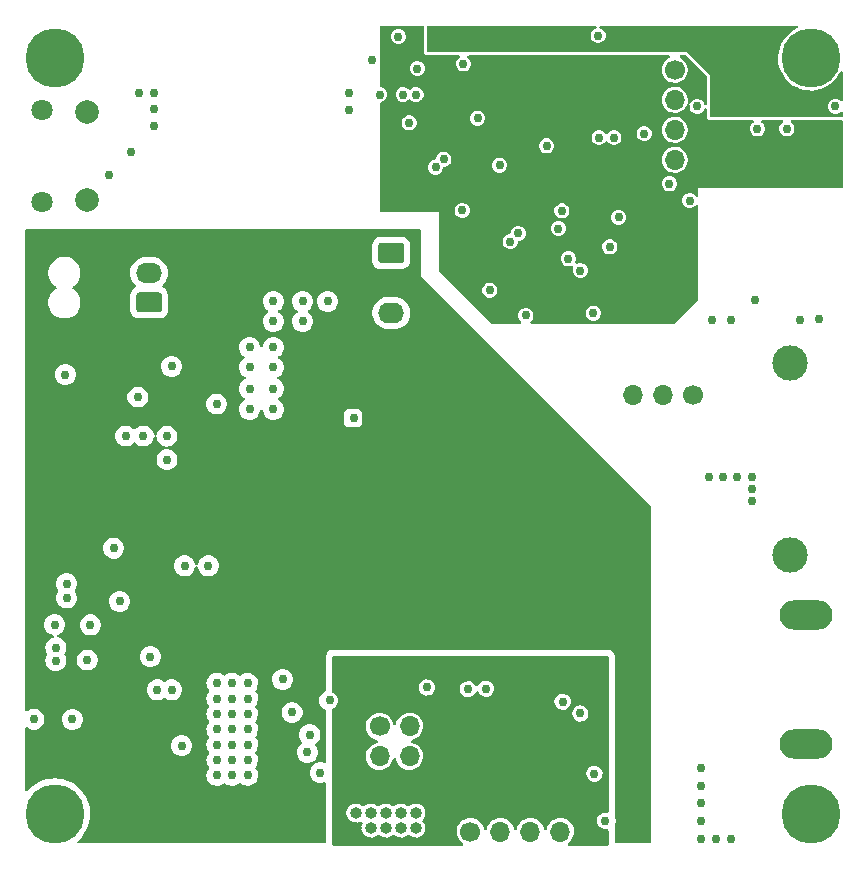
<source format=gbr>
%TF.GenerationSoftware,KiCad,Pcbnew,5.99.0-unknown-dd374e12a~102~ubuntu20.04.1*%
%TF.CreationDate,2020-12-02T08:22:49-08:00*%
%TF.ProjectId,blue_interface_board,626c7565-5f69-46e7-9465-72666163655f,rev?*%
%TF.SameCoordinates,Original*%
%TF.FileFunction,Copper,L3,Inr*%
%TF.FilePolarity,Positive*%
%FSLAX46Y46*%
G04 Gerber Fmt 4.6, Leading zero omitted, Abs format (unit mm)*
G04 Created by KiCad (PCBNEW 5.99.0-unknown-dd374e12a~102~ubuntu20.04.1) date 2020-12-02 08:22:49*
%MOMM*%
%LPD*%
G01*
G04 APERTURE LIST*
%TA.AperFunction,ComponentPad*%
%ADD10C,3.000000*%
%TD*%
%TA.AperFunction,ComponentPad*%
%ADD11C,0.762000*%
%TD*%
%TA.AperFunction,ComponentPad*%
%ADD12O,4.500000X2.500000*%
%TD*%
%TA.AperFunction,ComponentPad*%
%ADD13C,5.000000*%
%TD*%
%TA.AperFunction,ComponentPad*%
%ADD14C,1.000000*%
%TD*%
%TA.AperFunction,ComponentPad*%
%ADD15O,1.000000X1.000000*%
%TD*%
%TA.AperFunction,ComponentPad*%
%ADD16C,2.000000*%
%TD*%
%TA.AperFunction,ComponentPad*%
%ADD17C,1.800000*%
%TD*%
%TA.AperFunction,ComponentPad*%
%ADD18C,1.700000*%
%TD*%
%TA.AperFunction,ComponentPad*%
%ADD19O,1.700000X1.700000*%
%TD*%
%TA.AperFunction,ComponentPad*%
%ADD20O,2.200000X1.740000*%
%TD*%
%TA.AperFunction,ComponentPad*%
%ADD21O,2.200000X1.700000*%
%TD*%
%TA.AperFunction,ViaPad*%
%ADD22C,0.762000*%
%TD*%
G04 APERTURE END LIST*
D10*
X154290000Y-104120000D03*
X154290000Y-87820000D03*
D11*
X108330000Y-114935000D03*
X105730000Y-114935000D03*
X107030000Y-118835000D03*
X105730000Y-120135000D03*
X107030000Y-116235000D03*
X108330000Y-118835000D03*
X108330000Y-121435000D03*
X105730000Y-118835000D03*
X108330000Y-122735000D03*
X105730000Y-122735000D03*
X107030000Y-114935000D03*
X108330000Y-120135000D03*
X107030000Y-122735000D03*
X107030000Y-117535000D03*
X105730000Y-117535000D03*
X108330000Y-117535000D03*
X107030000Y-121435000D03*
X105730000Y-121435000D03*
X108330000Y-116235000D03*
X105730000Y-116235000D03*
X107030000Y-120135000D03*
D12*
X155600000Y-109200000D03*
X155600000Y-120100000D03*
D13*
X156000000Y-62000000D03*
X92000000Y-62000000D03*
D14*
X117500000Y-127200000D03*
D15*
X117500000Y-125930000D03*
X118770000Y-127200000D03*
X118770000Y-125930000D03*
X120040000Y-127200000D03*
X120040000Y-125930000D03*
X121310000Y-127200000D03*
X121310000Y-125930000D03*
X122580000Y-127200000D03*
X122580000Y-125930000D03*
D16*
X94750000Y-74025000D03*
D17*
X90950000Y-74175000D03*
X90950000Y-66425000D03*
D16*
X94750000Y-66575000D03*
D18*
X144500000Y-63000000D03*
D19*
X144500000Y-65540000D03*
X144500000Y-68080000D03*
X144500000Y-70620000D03*
%TA.AperFunction,ComponentPad*%
G36*
G01*
X119650000Y-77630000D02*
X121350000Y-77630000D01*
G75*
G02*
X121600000Y-77880000I0J-250000D01*
G01*
X121600000Y-79120000D01*
G75*
G02*
X121350000Y-79370000I-250000J0D01*
G01*
X119650000Y-79370000D01*
G75*
G02*
X119400000Y-79120000I0J250000D01*
G01*
X119400000Y-77880000D01*
G75*
G02*
X119650000Y-77630000I250000J0D01*
G01*
G37*
%TD.AperFunction*%
D20*
X120500000Y-81040000D03*
X120500000Y-83580000D03*
D13*
X92000000Y-126000000D03*
D11*
X92100000Y-111929999D03*
X92100000Y-113029999D03*
%TA.AperFunction,ComponentPad*%
G36*
G01*
X101100000Y-82100000D02*
X101100000Y-83300000D01*
G75*
G02*
X100850000Y-83550000I-250000J0D01*
G01*
X99150000Y-83550000D01*
G75*
G02*
X98900000Y-83300000I0J250000D01*
G01*
X98900000Y-82100000D01*
G75*
G02*
X99150000Y-81850000I250000J0D01*
G01*
X100850000Y-81850000D01*
G75*
G02*
X101100000Y-82100000I0J-250000D01*
G01*
G37*
%TD.AperFunction*%
D21*
X100000000Y-80200000D03*
D13*
X156000000Y-126000000D03*
D18*
X146000000Y-90500000D03*
D19*
X143460000Y-90500000D03*
X140920000Y-90500000D03*
D18*
X127200000Y-127500000D03*
D19*
X129740000Y-127500000D03*
X132280000Y-127500000D03*
X134820000Y-127500000D03*
D18*
X119500000Y-118600000D03*
D19*
X122040000Y-118600000D03*
X119500000Y-121140000D03*
X122040000Y-121140000D03*
D11*
X121500000Y-65100000D03*
X122600000Y-65100000D03*
D22*
X133650000Y-69450000D03*
X134950000Y-74950000D03*
X134650000Y-76450000D03*
X128850000Y-81650000D03*
X145775000Y-74087500D03*
X144050000Y-72650000D03*
X129668750Y-71068750D03*
X138000000Y-60100000D03*
X158100000Y-66100000D03*
X122000000Y-67500000D03*
X146400000Y-66100000D03*
X137587500Y-83600000D03*
X127800000Y-67100000D03*
X139750000Y-75500000D03*
X96600000Y-71900000D03*
X118900000Y-62200000D03*
X138087500Y-68750000D03*
X121100000Y-60200000D03*
X126600000Y-62500000D03*
X126500000Y-74900000D03*
X141900000Y-68400000D03*
X100400000Y-67800000D03*
X131887500Y-83800000D03*
X98500000Y-70000000D03*
X149200000Y-64750000D03*
X119500000Y-65100000D03*
X154200000Y-66100000D03*
X124000000Y-60200000D03*
X125100000Y-60600000D03*
X122700000Y-62900000D03*
X139350000Y-68750000D03*
X100400000Y-66300000D03*
X116900000Y-66400000D03*
X99100000Y-65000000D03*
X116900000Y-65000000D03*
X100400000Y-65000000D03*
X155117500Y-84190000D03*
X149217500Y-84190000D03*
X103000000Y-105000000D03*
X100700000Y-115500000D03*
X124258750Y-71241250D03*
X130558750Y-77541250D03*
X131241250Y-76858750D03*
X124941250Y-70558750D03*
X101900000Y-115500000D03*
X105000000Y-105000000D03*
X111300000Y-114600000D03*
X128500000Y-115400000D03*
X151500000Y-68000000D03*
X139000000Y-78000000D03*
X136500000Y-80000000D03*
X154000000Y-68000000D03*
X135500000Y-79000000D03*
X94750000Y-112979999D03*
X137700000Y-120300000D03*
X133300000Y-120600000D03*
X116085000Y-126585000D03*
X92000000Y-109979999D03*
X117800000Y-117700000D03*
X135700000Y-124600000D03*
X124800000Y-118100000D03*
X136700000Y-127600000D03*
X103300000Y-89600000D03*
X90530000Y-107699999D03*
X117300000Y-92500000D03*
X117000000Y-80000000D03*
X140600000Y-125400000D03*
X98343750Y-87300000D03*
X116000000Y-79000000D03*
X90000000Y-111500000D03*
X115000000Y-78000000D03*
X113600000Y-119300000D03*
X112100000Y-117400000D03*
X148000000Y-128100000D03*
X146700000Y-125100000D03*
X146700000Y-122100000D03*
X146700000Y-128100000D03*
X146700000Y-123600000D03*
X146700000Y-126600000D03*
X98000000Y-94000000D03*
X99500000Y-94000000D03*
X101500000Y-94000000D03*
X101500000Y-96000000D03*
X110500000Y-82600000D03*
X110500000Y-84300000D03*
X110500000Y-91750000D03*
X151250000Y-82500000D03*
X151000000Y-97500000D03*
X102760000Y-120225000D03*
X114500000Y-122500000D03*
X105700000Y-91300000D03*
X108500000Y-88200000D03*
X138600000Y-126600000D03*
X108500000Y-86500000D03*
X137700000Y-122600000D03*
X149300000Y-128100000D03*
X92900000Y-88800000D03*
X127000000Y-115437500D03*
X115300000Y-116400000D03*
X113400000Y-120800000D03*
X148600000Y-97500000D03*
X100100000Y-112700000D03*
X90250000Y-117979999D03*
X113000000Y-82600000D03*
X149800000Y-97500000D03*
X151000000Y-99500000D03*
X110500000Y-90000000D03*
X135000000Y-116500000D03*
X93000000Y-106500000D03*
X115100000Y-82600000D03*
X147662500Y-84162500D03*
X123500000Y-115300000D03*
X101900000Y-88100000D03*
X136500000Y-117500000D03*
X93000000Y-107729999D03*
X151000000Y-98500000D03*
X108500000Y-90000000D03*
X95030001Y-110000000D03*
X108500000Y-91750000D03*
X113000000Y-84300000D03*
X110500000Y-88200000D03*
X156700000Y-84100000D03*
X93500000Y-118000000D03*
X110500000Y-86500000D03*
X147400000Y-97500000D03*
X99043750Y-90700000D03*
X97000000Y-103500000D03*
X97500000Y-108000000D03*
X145725000Y-77137500D03*
X130950000Y-69150000D03*
X126850000Y-80450000D03*
X133750000Y-71650000D03*
X131087500Y-83100000D03*
X145950000Y-81800000D03*
X140800000Y-68400000D03*
X131000000Y-65000000D03*
X142300000Y-65700000D03*
X141487500Y-83600000D03*
%TA.AperFunction,Conductor*%
G36*
X123188121Y-59274002D02*
G01*
X123234614Y-59327658D01*
X123246000Y-59380000D01*
X123246000Y-61500003D01*
X123265335Y-61597203D01*
X123320395Y-61679605D01*
X123402797Y-61734665D01*
X123499997Y-61754000D01*
X126158667Y-61754000D01*
X126226788Y-61774002D01*
X126273281Y-61827658D01*
X126283385Y-61897932D01*
X126232727Y-61981937D01*
X126145390Y-62045390D01*
X126027158Y-62208124D01*
X125965000Y-62399427D01*
X125965000Y-62600573D01*
X126027158Y-62791876D01*
X126145390Y-62954610D01*
X126308124Y-63072842D01*
X126499427Y-63135000D01*
X126700573Y-63135000D01*
X126891876Y-63072842D01*
X127054610Y-62954610D01*
X127172842Y-62791876D01*
X127235000Y-62600573D01*
X127235000Y-62399427D01*
X127172842Y-62208124D01*
X127054610Y-62045390D01*
X126967273Y-61981937D01*
X126923918Y-61925715D01*
X126917842Y-61854979D01*
X126950974Y-61792187D01*
X127041333Y-61754000D01*
X143980262Y-61754000D01*
X144048383Y-61774002D01*
X144094876Y-61827658D01*
X144104980Y-61897932D01*
X144075486Y-61962512D01*
X144043071Y-61989229D01*
X143858362Y-62095441D01*
X143858356Y-62095445D01*
X143698886Y-62233095D01*
X143698882Y-62233099D01*
X143568321Y-62398418D01*
X143568320Y-62398419D01*
X143471370Y-62585453D01*
X143411542Y-62787429D01*
X143411541Y-62787433D01*
X143390983Y-62997095D01*
X143390983Y-62997102D01*
X143410442Y-63206859D01*
X143469214Y-63409156D01*
X143469215Y-63409158D01*
X143565181Y-63596691D01*
X143694880Y-63762698D01*
X143694886Y-63762704D01*
X143853627Y-63901182D01*
X143853629Y-63901183D01*
X144035701Y-64007151D01*
X144234523Y-64076777D01*
X144442920Y-64107550D01*
X144442933Y-64107551D01*
X144653390Y-64098361D01*
X144858316Y-64049542D01*
X145050316Y-63962850D01*
X145222459Y-63841416D01*
X145368528Y-63689627D01*
X145368533Y-63689621D01*
X145483262Y-63512954D01*
X145483268Y-63512943D01*
X145562520Y-63317770D01*
X145562523Y-63317760D01*
X145603441Y-63111113D01*
X145603441Y-63111111D01*
X145604007Y-62894667D01*
X145564173Y-62687810D01*
X145564171Y-62687802D01*
X145485941Y-62492212D01*
X145485937Y-62492206D01*
X145372130Y-62314934D01*
X145226852Y-62162376D01*
X145055350Y-62040046D01*
X144956010Y-61994564D01*
X144902399Y-61948019D01*
X144882462Y-61879880D01*
X144902529Y-61811778D01*
X144956229Y-61765336D01*
X145008462Y-61754000D01*
X145342600Y-61754000D01*
X145431695Y-61790905D01*
X147209095Y-63568305D01*
X147246000Y-63657400D01*
X147246000Y-65853286D01*
X147225998Y-65921407D01*
X147172342Y-65967900D01*
X147102068Y-65978004D01*
X147037488Y-65948510D01*
X147000167Y-65892222D01*
X146972842Y-65808124D01*
X146854610Y-65645390D01*
X146691876Y-65527158D01*
X146500573Y-65465000D01*
X146299427Y-65465000D01*
X146108124Y-65527158D01*
X145945390Y-65645390D01*
X145827158Y-65808125D01*
X145822656Y-65816960D01*
X145819003Y-65815099D01*
X145790340Y-65857230D01*
X145725009Y-65885021D01*
X145655024Y-65873080D01*
X145602605Y-65825197D01*
X145586751Y-65735404D01*
X145603440Y-65651115D01*
X145603441Y-65651111D01*
X145604007Y-65434667D01*
X145564173Y-65227810D01*
X145564171Y-65227802D01*
X145485941Y-65032212D01*
X145485937Y-65032206D01*
X145372130Y-64854934D01*
X145226852Y-64702376D01*
X145055350Y-64580046D01*
X144863802Y-64492348D01*
X144659139Y-64442456D01*
X144448727Y-64432165D01*
X144240160Y-64461848D01*
X144240159Y-64461849D01*
X144040984Y-64530430D01*
X144040976Y-64530434D01*
X143858362Y-64635441D01*
X143858356Y-64635445D01*
X143698886Y-64773095D01*
X143698882Y-64773099D01*
X143568321Y-64938418D01*
X143568320Y-64938419D01*
X143471370Y-65125453D01*
X143411542Y-65327429D01*
X143411541Y-65327433D01*
X143390983Y-65537095D01*
X143390983Y-65537102D01*
X143410442Y-65746859D01*
X143469214Y-65949156D01*
X143469215Y-65949158D01*
X143565181Y-66136691D01*
X143694880Y-66302698D01*
X143694886Y-66302704D01*
X143853627Y-66441182D01*
X143853629Y-66441183D01*
X144035701Y-66547151D01*
X144234523Y-66616777D01*
X144442920Y-66647550D01*
X144442933Y-66647551D01*
X144653390Y-66638361D01*
X144858316Y-66589542D01*
X145050316Y-66502850D01*
X145222459Y-66381416D01*
X145368528Y-66229627D01*
X145368533Y-66229621D01*
X145483262Y-66052954D01*
X145483268Y-66052943D01*
X145522258Y-65956923D01*
X145566419Y-65901333D01*
X145633624Y-65878443D01*
X145702537Y-65895520D01*
X145751276Y-65947144D01*
X145765000Y-66004328D01*
X145765000Y-66200573D01*
X145827158Y-66391876D01*
X145945390Y-66554610D01*
X146108124Y-66672842D01*
X146299427Y-66735000D01*
X146500573Y-66735000D01*
X146691876Y-66672842D01*
X146854610Y-66554610D01*
X146972842Y-66391876D01*
X147000167Y-66307778D01*
X147040241Y-66249172D01*
X147105637Y-66221535D01*
X147175594Y-66233642D01*
X147227900Y-66281648D01*
X147246000Y-66346714D01*
X147246000Y-67000003D01*
X147265335Y-67097203D01*
X147320395Y-67179605D01*
X147402797Y-67234665D01*
X147499997Y-67254000D01*
X151058667Y-67254000D01*
X151126788Y-67274002D01*
X151173281Y-67327658D01*
X151183385Y-67397932D01*
X151132727Y-67481937D01*
X151045390Y-67545390D01*
X150927158Y-67708124D01*
X150865000Y-67899427D01*
X150865000Y-68100573D01*
X150927158Y-68291876D01*
X151045390Y-68454610D01*
X151208124Y-68572842D01*
X151399427Y-68635000D01*
X151600573Y-68635000D01*
X151791876Y-68572842D01*
X151954610Y-68454610D01*
X152072842Y-68291876D01*
X152135000Y-68100573D01*
X152135000Y-67899427D01*
X152072842Y-67708124D01*
X151954610Y-67545390D01*
X151867273Y-67481937D01*
X151823918Y-67425715D01*
X151817842Y-67354979D01*
X151850974Y-67292187D01*
X151941333Y-67254000D01*
X153558667Y-67254000D01*
X153626788Y-67274002D01*
X153673281Y-67327658D01*
X153683385Y-67397932D01*
X153632727Y-67481937D01*
X153545390Y-67545390D01*
X153427158Y-67708124D01*
X153365000Y-67899427D01*
X153365000Y-68100573D01*
X153427158Y-68291876D01*
X153545390Y-68454610D01*
X153708124Y-68572842D01*
X153899427Y-68635000D01*
X154100573Y-68635000D01*
X154291876Y-68572842D01*
X154454610Y-68454610D01*
X154572842Y-68291876D01*
X154635000Y-68100573D01*
X154635000Y-67899427D01*
X154572842Y-67708124D01*
X154454610Y-67545390D01*
X154367273Y-67481937D01*
X154323918Y-67425715D01*
X154317842Y-67354979D01*
X154350974Y-67292187D01*
X154441333Y-67254000D01*
X158620001Y-67254000D01*
X158688122Y-67274002D01*
X158734615Y-67327658D01*
X158746001Y-67380000D01*
X158746001Y-72874000D01*
X158725999Y-72942121D01*
X158672343Y-72988614D01*
X158620001Y-73000000D01*
X146500000Y-73000000D01*
X146500000Y-73617262D01*
X146479998Y-73685383D01*
X146426342Y-73731876D01*
X146356068Y-73741980D01*
X146272064Y-73691323D01*
X146229611Y-73632890D01*
X146066876Y-73514658D01*
X145875573Y-73452500D01*
X145674427Y-73452500D01*
X145483124Y-73514658D01*
X145320390Y-73632890D01*
X145202158Y-73795624D01*
X145140000Y-73986927D01*
X145140000Y-74188073D01*
X145202158Y-74379376D01*
X145320390Y-74542110D01*
X145483124Y-74660342D01*
X145674427Y-74722500D01*
X145875573Y-74722500D01*
X146066876Y-74660342D01*
X146229611Y-74542110D01*
X146272064Y-74483677D01*
X146328286Y-74440323D01*
X146399022Y-74434248D01*
X146461814Y-74467379D01*
X146500000Y-74557738D01*
X146500000Y-82447810D01*
X146463095Y-82536905D01*
X144536905Y-84463095D01*
X144447810Y-84500000D01*
X132392148Y-84500000D01*
X132324027Y-84479998D01*
X132277534Y-84426342D01*
X132267430Y-84356068D01*
X132318087Y-84272064D01*
X132342109Y-84254611D01*
X132460342Y-84091876D01*
X132522500Y-83900573D01*
X132522500Y-83699427D01*
X132460342Y-83508124D01*
X132454024Y-83499427D01*
X136952500Y-83499427D01*
X136952500Y-83700573D01*
X137014658Y-83891876D01*
X137132890Y-84054610D01*
X137295624Y-84172842D01*
X137486927Y-84235000D01*
X137688073Y-84235000D01*
X137879376Y-84172842D01*
X138042110Y-84054610D01*
X138160342Y-83891876D01*
X138222500Y-83700573D01*
X138222500Y-83499427D01*
X138160342Y-83308124D01*
X138042110Y-83145390D01*
X137879376Y-83027158D01*
X137688073Y-82965000D01*
X137486927Y-82965000D01*
X137295624Y-83027158D01*
X137132890Y-83145390D01*
X137014658Y-83308124D01*
X136952500Y-83499427D01*
X132454024Y-83499427D01*
X132342110Y-83345390D01*
X132179376Y-83227158D01*
X131988073Y-83165000D01*
X131786927Y-83165000D01*
X131595624Y-83227158D01*
X131432890Y-83345390D01*
X131314658Y-83508124D01*
X131252500Y-83699427D01*
X131252500Y-83900573D01*
X131314658Y-84091876D01*
X131432891Y-84254611D01*
X131456913Y-84272064D01*
X131500267Y-84328286D01*
X131506342Y-84399022D01*
X131473211Y-84461814D01*
X131382852Y-84500000D01*
X129052190Y-84500000D01*
X128963095Y-84463095D01*
X126049427Y-81549427D01*
X128215000Y-81549427D01*
X128215000Y-81750573D01*
X128277158Y-81941876D01*
X128395390Y-82104610D01*
X128558124Y-82222842D01*
X128749427Y-82285000D01*
X128950573Y-82285000D01*
X129141876Y-82222842D01*
X129304610Y-82104610D01*
X129422842Y-81941876D01*
X129485000Y-81750573D01*
X129485000Y-81549427D01*
X129422842Y-81358124D01*
X129304610Y-81195390D01*
X129141876Y-81077158D01*
X128950573Y-81015000D01*
X128749427Y-81015000D01*
X128558124Y-81077158D01*
X128395390Y-81195390D01*
X128277158Y-81358124D01*
X128215000Y-81549427D01*
X126049427Y-81549427D01*
X124536905Y-80036905D01*
X124500000Y-79947810D01*
X124500000Y-78899427D01*
X134865000Y-78899427D01*
X134865000Y-79100573D01*
X134927158Y-79291876D01*
X135045390Y-79454610D01*
X135208124Y-79572842D01*
X135399427Y-79635000D01*
X135600573Y-79635000D01*
X135757085Y-79584146D01*
X135828052Y-79582118D01*
X135888850Y-79618781D01*
X135920176Y-79682493D01*
X135915854Y-79742915D01*
X135865000Y-79899427D01*
X135865000Y-80100573D01*
X135927158Y-80291876D01*
X136045390Y-80454610D01*
X136208124Y-80572842D01*
X136399427Y-80635000D01*
X136600573Y-80635000D01*
X136791876Y-80572842D01*
X136954610Y-80454610D01*
X137072842Y-80291876D01*
X137135000Y-80100573D01*
X137135000Y-79899427D01*
X137072842Y-79708124D01*
X136954610Y-79545390D01*
X136791876Y-79427158D01*
X136600573Y-79365000D01*
X136399427Y-79365000D01*
X136242915Y-79415854D01*
X136171948Y-79417882D01*
X136111150Y-79381219D01*
X136079824Y-79317507D01*
X136084146Y-79257085D01*
X136135000Y-79100573D01*
X136135000Y-78899427D01*
X136072842Y-78708124D01*
X135954610Y-78545390D01*
X135791876Y-78427158D01*
X135600573Y-78365000D01*
X135399427Y-78365000D01*
X135208124Y-78427158D01*
X135045390Y-78545390D01*
X134927158Y-78708124D01*
X134865000Y-78899427D01*
X124500000Y-78899427D01*
X124500000Y-77440677D01*
X129923750Y-77440677D01*
X129923750Y-77641823D01*
X129985908Y-77833126D01*
X130104140Y-77995860D01*
X130266874Y-78114092D01*
X130458177Y-78176250D01*
X130659323Y-78176250D01*
X130850626Y-78114092D01*
X131013360Y-77995860D01*
X131083421Y-77899427D01*
X138365000Y-77899427D01*
X138365000Y-78100573D01*
X138427158Y-78291876D01*
X138545390Y-78454610D01*
X138708124Y-78572842D01*
X138899427Y-78635000D01*
X139100573Y-78635000D01*
X139291876Y-78572842D01*
X139454610Y-78454610D01*
X139572842Y-78291876D01*
X139635000Y-78100573D01*
X139635000Y-77899427D01*
X139572842Y-77708124D01*
X139454610Y-77545390D01*
X139291876Y-77427158D01*
X139100573Y-77365000D01*
X138899427Y-77365000D01*
X138708124Y-77427158D01*
X138545390Y-77545390D01*
X138427158Y-77708124D01*
X138365000Y-77899427D01*
X131083421Y-77899427D01*
X131131592Y-77833126D01*
X131193750Y-77641823D01*
X131193750Y-77619750D01*
X131213752Y-77551629D01*
X131267408Y-77505136D01*
X131319750Y-77493750D01*
X131341823Y-77493750D01*
X131533126Y-77431592D01*
X131695860Y-77313360D01*
X131814092Y-77150626D01*
X131876250Y-76959323D01*
X131876250Y-76758177D01*
X131814092Y-76566874D01*
X131695860Y-76404140D01*
X131620554Y-76349427D01*
X134015000Y-76349427D01*
X134015000Y-76550573D01*
X134077158Y-76741876D01*
X134195390Y-76904610D01*
X134358124Y-77022842D01*
X134549427Y-77085000D01*
X134750573Y-77085000D01*
X134941876Y-77022842D01*
X135104610Y-76904610D01*
X135222842Y-76741876D01*
X135285000Y-76550573D01*
X135285000Y-76349427D01*
X135222842Y-76158124D01*
X135104610Y-75995390D01*
X134941876Y-75877158D01*
X134798092Y-75830440D01*
X134767030Y-75809201D01*
X134760491Y-75810477D01*
X134760491Y-75815000D01*
X134549427Y-75815000D01*
X134358124Y-75877158D01*
X134195390Y-75995390D01*
X134077158Y-76158124D01*
X134015000Y-76349427D01*
X131620554Y-76349427D01*
X131533126Y-76285908D01*
X131341823Y-76223750D01*
X131140677Y-76223750D01*
X130949374Y-76285908D01*
X130786640Y-76404140D01*
X130668408Y-76566874D01*
X130606250Y-76758177D01*
X130606250Y-76780250D01*
X130586248Y-76848371D01*
X130532592Y-76894864D01*
X130480250Y-76906250D01*
X130458177Y-76906250D01*
X130266874Y-76968408D01*
X130104140Y-77086640D01*
X129985908Y-77249374D01*
X129923750Y-77440677D01*
X124500000Y-77440677D01*
X124500000Y-75000000D01*
X119626000Y-75000000D01*
X119557879Y-74979998D01*
X119511386Y-74926342D01*
X119500000Y-74874000D01*
X119500000Y-74799427D01*
X125865000Y-74799427D01*
X125865000Y-75000573D01*
X125927158Y-75191876D01*
X126045390Y-75354610D01*
X126208124Y-75472842D01*
X126399427Y-75535000D01*
X126600573Y-75535000D01*
X126791876Y-75472842D01*
X126954610Y-75354610D01*
X127072842Y-75191876D01*
X127135000Y-75000573D01*
X127135000Y-74849427D01*
X134315000Y-74849427D01*
X134315000Y-75050573D01*
X134377158Y-75241876D01*
X134495390Y-75404610D01*
X134658124Y-75522842D01*
X134801908Y-75569560D01*
X134832970Y-75590799D01*
X134839509Y-75589523D01*
X134839509Y-75585000D01*
X135050573Y-75585000D01*
X135241876Y-75522842D01*
X135404610Y-75404610D01*
X135408375Y-75399427D01*
X139115000Y-75399427D01*
X139115000Y-75600573D01*
X139177158Y-75791876D01*
X139295390Y-75954610D01*
X139458124Y-76072842D01*
X139649427Y-76135000D01*
X139850573Y-76135000D01*
X140041876Y-76072842D01*
X140204610Y-75954610D01*
X140322842Y-75791876D01*
X140385000Y-75600573D01*
X140385000Y-75399427D01*
X140322842Y-75208124D01*
X140204610Y-75045390D01*
X140041876Y-74927158D01*
X139850573Y-74865000D01*
X139649427Y-74865000D01*
X139458124Y-74927158D01*
X139295390Y-75045390D01*
X139177158Y-75208124D01*
X139115000Y-75399427D01*
X135408375Y-75399427D01*
X135522842Y-75241876D01*
X135585000Y-75050573D01*
X135585000Y-74849427D01*
X135522842Y-74658124D01*
X135404610Y-74495390D01*
X135241876Y-74377158D01*
X135050573Y-74315000D01*
X134849427Y-74315000D01*
X134658124Y-74377158D01*
X134495390Y-74495390D01*
X134377158Y-74658124D01*
X134315000Y-74849427D01*
X127135000Y-74849427D01*
X127135000Y-74799427D01*
X127072842Y-74608124D01*
X126954610Y-74445390D01*
X126791876Y-74327158D01*
X126600573Y-74265000D01*
X126399427Y-74265000D01*
X126208124Y-74327158D01*
X126045390Y-74445390D01*
X125927158Y-74608124D01*
X125865000Y-74799427D01*
X119500000Y-74799427D01*
X119500000Y-72549427D01*
X143415000Y-72549427D01*
X143415000Y-72750573D01*
X143477158Y-72941876D01*
X143595390Y-73104610D01*
X143758124Y-73222842D01*
X143949427Y-73285000D01*
X144150573Y-73285000D01*
X144341876Y-73222842D01*
X144504610Y-73104610D01*
X144622842Y-72941876D01*
X144685000Y-72750573D01*
X144685000Y-72549427D01*
X144622842Y-72358124D01*
X144504610Y-72195390D01*
X144341876Y-72077158D01*
X144150573Y-72015000D01*
X143949427Y-72015000D01*
X143758124Y-72077158D01*
X143595390Y-72195390D01*
X143477158Y-72358124D01*
X143415000Y-72549427D01*
X119500000Y-72549427D01*
X119500000Y-71140677D01*
X123623750Y-71140677D01*
X123623750Y-71341823D01*
X123685908Y-71533126D01*
X123804140Y-71695860D01*
X123966874Y-71814092D01*
X124158177Y-71876250D01*
X124359323Y-71876250D01*
X124550626Y-71814092D01*
X124713360Y-71695860D01*
X124831592Y-71533126D01*
X124893750Y-71341823D01*
X124893750Y-71319750D01*
X124913752Y-71251629D01*
X124967408Y-71205136D01*
X125019750Y-71193750D01*
X125041823Y-71193750D01*
X125233126Y-71131592D01*
X125395860Y-71013360D01*
X125428687Y-70968177D01*
X129033750Y-70968177D01*
X129033750Y-71169323D01*
X129095908Y-71360626D01*
X129214140Y-71523360D01*
X129376874Y-71641592D01*
X129568177Y-71703750D01*
X129769323Y-71703750D01*
X129960626Y-71641592D01*
X130123360Y-71523360D01*
X130241592Y-71360626D01*
X130303750Y-71169323D01*
X130303750Y-70968177D01*
X130241592Y-70776874D01*
X130125507Y-70617095D01*
X143390983Y-70617095D01*
X143390983Y-70617102D01*
X143410442Y-70826859D01*
X143469214Y-71029156D01*
X143469215Y-71029158D01*
X143565181Y-71216691D01*
X143694880Y-71382698D01*
X143694886Y-71382704D01*
X143853627Y-71521182D01*
X143853629Y-71521183D01*
X144035701Y-71627151D01*
X144234523Y-71696777D01*
X144442920Y-71727550D01*
X144442933Y-71727551D01*
X144653390Y-71718361D01*
X144858316Y-71669542D01*
X145050316Y-71582850D01*
X145222459Y-71461416D01*
X145368528Y-71309627D01*
X145368533Y-71309621D01*
X145483262Y-71132954D01*
X145483268Y-71132943D01*
X145562520Y-70937770D01*
X145562523Y-70937760D01*
X145603441Y-70731113D01*
X145603441Y-70731111D01*
X145604007Y-70514667D01*
X145564173Y-70307810D01*
X145564171Y-70307802D01*
X145485941Y-70112212D01*
X145485937Y-70112206D01*
X145372130Y-69934934D01*
X145226852Y-69782376D01*
X145055350Y-69660046D01*
X144863802Y-69572348D01*
X144659139Y-69522456D01*
X144448727Y-69512165D01*
X144240160Y-69541848D01*
X144240159Y-69541849D01*
X144040984Y-69610430D01*
X144040976Y-69610434D01*
X143858362Y-69715441D01*
X143858356Y-69715445D01*
X143698886Y-69853095D01*
X143698882Y-69853099D01*
X143568321Y-70018418D01*
X143568320Y-70018419D01*
X143471370Y-70205453D01*
X143411542Y-70407429D01*
X143411541Y-70407433D01*
X143390983Y-70617095D01*
X130125507Y-70617095D01*
X130123360Y-70614140D01*
X129960626Y-70495908D01*
X129769323Y-70433750D01*
X129568177Y-70433750D01*
X129376874Y-70495908D01*
X129214140Y-70614140D01*
X129095908Y-70776874D01*
X129033750Y-70968177D01*
X125428687Y-70968177D01*
X125514092Y-70850626D01*
X125576250Y-70659323D01*
X125576250Y-70458177D01*
X125514092Y-70266874D01*
X125395860Y-70104140D01*
X125233126Y-69985908D01*
X125041823Y-69923750D01*
X124840677Y-69923750D01*
X124649374Y-69985908D01*
X124486640Y-70104140D01*
X124368408Y-70266874D01*
X124306250Y-70458177D01*
X124306250Y-70480250D01*
X124286248Y-70548371D01*
X124232592Y-70594864D01*
X124180250Y-70606250D01*
X124158177Y-70606250D01*
X123966874Y-70668408D01*
X123804140Y-70786640D01*
X123685908Y-70949374D01*
X123623750Y-71140677D01*
X119500000Y-71140677D01*
X119500000Y-69349427D01*
X133015000Y-69349427D01*
X133015000Y-69550573D01*
X133077158Y-69741876D01*
X133195390Y-69904610D01*
X133358124Y-70022842D01*
X133549427Y-70085000D01*
X133750573Y-70085000D01*
X133941876Y-70022842D01*
X134104610Y-69904610D01*
X134222842Y-69741876D01*
X134285000Y-69550573D01*
X134285000Y-69349427D01*
X134222842Y-69158124D01*
X134104610Y-68995390D01*
X133941876Y-68877158D01*
X133750573Y-68815000D01*
X133549427Y-68815000D01*
X133358124Y-68877158D01*
X133195390Y-68995390D01*
X133077158Y-69158124D01*
X133015000Y-69349427D01*
X119500000Y-69349427D01*
X119500000Y-68649427D01*
X137452500Y-68649427D01*
X137452500Y-68850573D01*
X137514658Y-69041876D01*
X137632890Y-69204610D01*
X137795624Y-69322842D01*
X137986927Y-69385000D01*
X138188073Y-69385000D01*
X138379376Y-69322842D01*
X138542110Y-69204610D01*
X138616813Y-69101789D01*
X138673036Y-69058434D01*
X138743772Y-69052358D01*
X138820687Y-69101789D01*
X138895390Y-69204610D01*
X139058124Y-69322842D01*
X139249427Y-69385000D01*
X139450573Y-69385000D01*
X139641876Y-69322842D01*
X139804610Y-69204610D01*
X139922842Y-69041876D01*
X139985000Y-68850573D01*
X139985000Y-68649427D01*
X139922842Y-68458124D01*
X139807544Y-68299427D01*
X141265000Y-68299427D01*
X141265000Y-68500573D01*
X141327158Y-68691876D01*
X141445390Y-68854610D01*
X141608124Y-68972842D01*
X141799427Y-69035000D01*
X142000573Y-69035000D01*
X142191876Y-68972842D01*
X142354610Y-68854610D01*
X142472842Y-68691876D01*
X142535000Y-68500573D01*
X142535000Y-68299427D01*
X142472842Y-68108124D01*
X142450299Y-68077095D01*
X143390983Y-68077095D01*
X143390983Y-68077102D01*
X143410442Y-68286859D01*
X143469214Y-68489156D01*
X143469215Y-68489158D01*
X143565181Y-68676691D01*
X143694880Y-68842698D01*
X143694886Y-68842704D01*
X143853627Y-68981182D01*
X143853629Y-68981183D01*
X144035701Y-69087151D01*
X144234523Y-69156777D01*
X144442920Y-69187550D01*
X144442933Y-69187551D01*
X144653390Y-69178361D01*
X144858316Y-69129542D01*
X145050316Y-69042850D01*
X145222459Y-68921416D01*
X145368528Y-68769627D01*
X145368533Y-68769621D01*
X145483262Y-68592954D01*
X145483268Y-68592943D01*
X145562520Y-68397770D01*
X145562523Y-68397760D01*
X145603441Y-68191113D01*
X145603441Y-68191111D01*
X145604007Y-67974667D01*
X145564173Y-67767810D01*
X145564171Y-67767802D01*
X145485941Y-67572212D01*
X145485937Y-67572206D01*
X145372130Y-67394934D01*
X145226852Y-67242376D01*
X145055350Y-67120046D01*
X144863802Y-67032348D01*
X144659139Y-66982456D01*
X144448727Y-66972165D01*
X144240160Y-67001848D01*
X144240159Y-67001849D01*
X144040984Y-67070430D01*
X144040976Y-67070434D01*
X143858362Y-67175441D01*
X143858356Y-67175445D01*
X143698886Y-67313095D01*
X143698882Y-67313099D01*
X143568321Y-67478418D01*
X143568320Y-67478419D01*
X143471370Y-67665453D01*
X143411542Y-67867429D01*
X143411541Y-67867433D01*
X143390983Y-68077095D01*
X142450299Y-68077095D01*
X142354610Y-67945390D01*
X142191876Y-67827158D01*
X142000573Y-67765000D01*
X141799427Y-67765000D01*
X141608124Y-67827158D01*
X141445390Y-67945390D01*
X141327158Y-68108124D01*
X141265000Y-68299427D01*
X139807544Y-68299427D01*
X139804610Y-68295390D01*
X139641876Y-68177158D01*
X139450573Y-68115000D01*
X139249427Y-68115000D01*
X139058124Y-68177158D01*
X138895390Y-68295390D01*
X138820687Y-68398211D01*
X138764464Y-68441566D01*
X138693728Y-68447642D01*
X138616813Y-68398211D01*
X138542110Y-68295390D01*
X138379376Y-68177158D01*
X138188073Y-68115000D01*
X137986927Y-68115000D01*
X137795624Y-68177158D01*
X137632890Y-68295390D01*
X137514658Y-68458124D01*
X137452500Y-68649427D01*
X119500000Y-68649427D01*
X119500000Y-67399427D01*
X121365000Y-67399427D01*
X121365000Y-67600573D01*
X121427158Y-67791876D01*
X121545390Y-67954610D01*
X121708124Y-68072842D01*
X121899427Y-68135000D01*
X122100573Y-68135000D01*
X122291876Y-68072842D01*
X122454610Y-67954610D01*
X122572842Y-67791876D01*
X122635000Y-67600573D01*
X122635000Y-67399427D01*
X122572842Y-67208124D01*
X122454610Y-67045390D01*
X122391347Y-66999427D01*
X127165000Y-66999427D01*
X127165000Y-67200573D01*
X127227158Y-67391876D01*
X127345390Y-67554610D01*
X127508124Y-67672842D01*
X127699427Y-67735000D01*
X127900573Y-67735000D01*
X128091876Y-67672842D01*
X128254610Y-67554610D01*
X128372842Y-67391876D01*
X128435000Y-67200573D01*
X128435000Y-66999427D01*
X128372842Y-66808124D01*
X128254610Y-66645390D01*
X128091876Y-66527158D01*
X127900573Y-66465000D01*
X127699427Y-66465000D01*
X127508124Y-66527158D01*
X127345390Y-66645390D01*
X127227158Y-66808124D01*
X127165000Y-66999427D01*
X122391347Y-66999427D01*
X122291876Y-66927158D01*
X122100573Y-66865000D01*
X121899427Y-66865000D01*
X121708124Y-66927158D01*
X121545390Y-67045390D01*
X121427158Y-67208124D01*
X121365000Y-67399427D01*
X119500000Y-67399427D01*
X119500000Y-65858543D01*
X119520002Y-65790422D01*
X119592729Y-65742947D01*
X119591143Y-65738064D01*
X119791876Y-65672842D01*
X119954610Y-65554610D01*
X120072842Y-65391876D01*
X120135000Y-65200573D01*
X120135000Y-65099997D01*
X120859954Y-65099997D01*
X120859954Y-65100003D01*
X120880061Y-65259169D01*
X120880062Y-65259173D01*
X120939122Y-65408343D01*
X121033428Y-65538143D01*
X121033430Y-65538145D01*
X121157039Y-65640405D01*
X121157050Y-65640411D01*
X121302214Y-65708720D01*
X121459805Y-65738782D01*
X121459816Y-65738783D01*
X121619929Y-65728710D01*
X121619931Y-65728710D01*
X121772522Y-65679129D01*
X121907979Y-65593166D01*
X121907980Y-65593165D01*
X121954689Y-65543425D01*
X122015902Y-65507459D01*
X122086842Y-65510298D01*
X122125568Y-65535208D01*
X122127320Y-65533090D01*
X122257040Y-65640405D01*
X122257050Y-65640411D01*
X122402214Y-65708720D01*
X122559805Y-65738782D01*
X122559816Y-65738783D01*
X122719929Y-65728710D01*
X122719931Y-65728710D01*
X122872522Y-65679129D01*
X123007979Y-65593166D01*
X123007980Y-65593165D01*
X123117808Y-65476210D01*
X123117808Y-65476209D01*
X123195099Y-65335619D01*
X123234999Y-65180217D01*
X123234999Y-65019783D01*
X123195099Y-64864381D01*
X123117808Y-64723791D01*
X123117808Y-64723790D01*
X123007980Y-64606835D01*
X123007979Y-64606834D01*
X122872522Y-64520871D01*
X122719931Y-64471290D01*
X122719929Y-64471290D01*
X122559816Y-64461217D01*
X122559805Y-64461218D01*
X122402214Y-64491280D01*
X122257050Y-64559589D01*
X122257040Y-64559595D01*
X122127320Y-64666910D01*
X122125177Y-64664319D01*
X122077278Y-64692515D01*
X122006336Y-64689736D01*
X121954689Y-64656575D01*
X121907980Y-64606835D01*
X121907979Y-64606834D01*
X121772522Y-64520871D01*
X121619931Y-64471290D01*
X121619929Y-64471290D01*
X121459816Y-64461217D01*
X121459805Y-64461218D01*
X121302214Y-64491280D01*
X121157050Y-64559589D01*
X121157039Y-64559595D01*
X121033430Y-64661855D01*
X121033428Y-64661857D01*
X120939122Y-64791657D01*
X120880062Y-64940827D01*
X120880061Y-64940831D01*
X120859954Y-65099997D01*
X120135000Y-65099997D01*
X120135000Y-64999427D01*
X120072842Y-64808124D01*
X119954610Y-64645390D01*
X119791876Y-64527158D01*
X119591143Y-64461936D01*
X119592047Y-64459154D01*
X119542137Y-64435495D01*
X119500000Y-64341457D01*
X119500000Y-62799427D01*
X122065000Y-62799427D01*
X122065000Y-63000573D01*
X122127158Y-63191876D01*
X122245390Y-63354610D01*
X122408124Y-63472842D01*
X122599427Y-63535000D01*
X122800573Y-63535000D01*
X122991876Y-63472842D01*
X123154610Y-63354610D01*
X123272842Y-63191876D01*
X123335000Y-63000573D01*
X123335000Y-62799427D01*
X123272842Y-62608124D01*
X123154610Y-62445390D01*
X122991876Y-62327158D01*
X122800573Y-62265000D01*
X122599427Y-62265000D01*
X122408124Y-62327158D01*
X122245390Y-62445390D01*
X122127158Y-62608124D01*
X122065000Y-62799427D01*
X119500000Y-62799427D01*
X119500000Y-62428248D01*
X119506167Y-62389312D01*
X119535000Y-62300574D01*
X119535000Y-62099426D01*
X119506167Y-62010688D01*
X119500000Y-61971752D01*
X119500000Y-60099427D01*
X120465000Y-60099427D01*
X120465000Y-60300573D01*
X120527158Y-60491876D01*
X120645390Y-60654610D01*
X120808124Y-60772842D01*
X120999427Y-60835000D01*
X121200573Y-60835000D01*
X121391876Y-60772842D01*
X121554610Y-60654610D01*
X121672842Y-60491876D01*
X121735000Y-60300573D01*
X121735000Y-60099427D01*
X121672842Y-59908124D01*
X121554610Y-59745390D01*
X121391876Y-59627158D01*
X121200573Y-59565000D01*
X120999427Y-59565000D01*
X120808124Y-59627158D01*
X120645390Y-59745390D01*
X120527158Y-59908124D01*
X120465000Y-60099427D01*
X119500000Y-60099427D01*
X119500000Y-59380000D01*
X119520002Y-59311879D01*
X119573658Y-59265386D01*
X119626000Y-59254000D01*
X123120000Y-59254000D01*
X123188121Y-59274002D01*
G37*
%TD.AperFunction*%
%TA.AperFunction,Conductor*%
G36*
X122942121Y-76520002D02*
G01*
X122988614Y-76573658D01*
X123000000Y-76626000D01*
X123000000Y-80500000D01*
X123000001Y-80500002D01*
X142463095Y-99963095D01*
X142500000Y-100052190D01*
X142500000Y-128374000D01*
X142479998Y-128442121D01*
X142426342Y-128488614D01*
X142374000Y-128500000D01*
X139526000Y-128500000D01*
X139457879Y-128479998D01*
X139411386Y-128426342D01*
X139400000Y-128374000D01*
X139400000Y-127010121D01*
X139416881Y-126947121D01*
X139420959Y-126940057D01*
X139481000Y-126715984D01*
X139481000Y-126484016D01*
X139420959Y-126259943D01*
X139416881Y-126252879D01*
X139400000Y-126189879D01*
X139400000Y-112600002D01*
X139354816Y-112392292D01*
X139277875Y-112272570D01*
X139170322Y-112179374D01*
X139040866Y-112120254D01*
X139040859Y-112120253D01*
X138900006Y-112100000D01*
X115500002Y-112100000D01*
X115292292Y-112145184D01*
X115172570Y-112222125D01*
X115079374Y-112329678D01*
X115020254Y-112459134D01*
X115020253Y-112459141D01*
X115000000Y-112599994D01*
X115000000Y-115483168D01*
X114979998Y-115551289D01*
X114937000Y-115592287D01*
X114759057Y-115695023D01*
X114759047Y-115695030D01*
X114595030Y-115859047D01*
X114595023Y-115859057D01*
X114479042Y-116059943D01*
X114479039Y-116059949D01*
X114419000Y-116284016D01*
X114419000Y-116515984D01*
X114479039Y-116740051D01*
X114479042Y-116740057D01*
X114595023Y-116940943D01*
X114595030Y-116940953D01*
X114759047Y-117104970D01*
X114759057Y-117104977D01*
X114937000Y-117207713D01*
X114985993Y-117259095D01*
X115000000Y-117316832D01*
X115000000Y-121557691D01*
X114979998Y-121625812D01*
X114926342Y-121672305D01*
X114841388Y-121679398D01*
X114615983Y-121619000D01*
X114384016Y-121619000D01*
X114159949Y-121679039D01*
X114159943Y-121679042D01*
X113959057Y-121795023D01*
X113959047Y-121795030D01*
X113795030Y-121959047D01*
X113795023Y-121959057D01*
X113679042Y-122159943D01*
X113679039Y-122159949D01*
X113619000Y-122384016D01*
X113619000Y-122615984D01*
X113679039Y-122840051D01*
X113679042Y-122840057D01*
X113795023Y-123040943D01*
X113795030Y-123040953D01*
X113959047Y-123204970D01*
X113959057Y-123204977D01*
X114159943Y-123320958D01*
X114159949Y-123320961D01*
X114384016Y-123381000D01*
X114615983Y-123381000D01*
X114841388Y-123320602D01*
X114912365Y-123322292D01*
X114971161Y-123362086D01*
X115000000Y-123442309D01*
X115000000Y-128374000D01*
X114979998Y-128442121D01*
X114926342Y-128488614D01*
X114874000Y-128500000D01*
X94033982Y-128500000D01*
X93965861Y-128479998D01*
X93919368Y-128426342D01*
X93909264Y-128356068D01*
X93952654Y-128277762D01*
X94068560Y-128179814D01*
X94305396Y-127927611D01*
X94511665Y-127649869D01*
X94511674Y-127649854D01*
X94684655Y-127350243D01*
X94684658Y-127350238D01*
X94822053Y-127032737D01*
X94822059Y-127032721D01*
X94922050Y-126701531D01*
X94922054Y-126701517D01*
X94983319Y-126361021D01*
X94983319Y-126361018D01*
X95000101Y-125827014D01*
X94960336Y-125483340D01*
X94881336Y-125146521D01*
X94881332Y-125146505D01*
X94764142Y-124820996D01*
X94610310Y-124511103D01*
X94610309Y-124511102D01*
X94421888Y-124220959D01*
X94421883Y-124220953D01*
X94201350Y-123954374D01*
X93951643Y-123714913D01*
X93676073Y-123505745D01*
X93676070Y-123505743D01*
X93378281Y-123329632D01*
X93062215Y-123188909D01*
X92732090Y-123085454D01*
X92732089Y-123085454D01*
X92392243Y-123020625D01*
X92047203Y-122995288D01*
X91701534Y-123009774D01*
X91359821Y-123063897D01*
X91359813Y-123063899D01*
X91026606Y-123156932D01*
X90706278Y-123287656D01*
X90403096Y-123454331D01*
X90121101Y-123654734D01*
X90121088Y-123654745D01*
X89864000Y-123886228D01*
X89863982Y-123886246D01*
X89720514Y-124048978D01*
X89660461Y-124086849D01*
X89589467Y-124086240D01*
X89530072Y-124047346D01*
X89500000Y-123965653D01*
X89500000Y-120109016D01*
X101879000Y-120109016D01*
X101879000Y-120340984D01*
X101939039Y-120565051D01*
X101939042Y-120565057D01*
X102055023Y-120765943D01*
X102055030Y-120765953D01*
X102219047Y-120929970D01*
X102219057Y-120929977D01*
X102419943Y-121045958D01*
X102419949Y-121045961D01*
X102644016Y-121106000D01*
X102875984Y-121106000D01*
X103100051Y-121045961D01*
X103100057Y-121045958D01*
X103300943Y-120929977D01*
X103300953Y-120929970D01*
X103464970Y-120765953D01*
X103464977Y-120765943D01*
X103580958Y-120565057D01*
X103580961Y-120565051D01*
X103641000Y-120340984D01*
X103641000Y-120109016D01*
X103580961Y-119884949D01*
X103580958Y-119884943D01*
X103464977Y-119684057D01*
X103464970Y-119684047D01*
X103300953Y-119520030D01*
X103300943Y-119520023D01*
X103100057Y-119404042D01*
X103100051Y-119404039D01*
X102875984Y-119344000D01*
X102644016Y-119344000D01*
X102419949Y-119404039D01*
X102419943Y-119404042D01*
X102219057Y-119520023D01*
X102219047Y-119520030D01*
X102055030Y-119684047D01*
X102055023Y-119684057D01*
X101939042Y-119884943D01*
X101939039Y-119884949D01*
X101879000Y-120109016D01*
X89500000Y-120109016D01*
X89500000Y-118780065D01*
X89520002Y-118711944D01*
X89573658Y-118665451D01*
X89643932Y-118655347D01*
X89702703Y-118680101D01*
X89709057Y-118684977D01*
X89909943Y-118800957D01*
X89909949Y-118800960D01*
X90134016Y-118860999D01*
X90365984Y-118860999D01*
X90590051Y-118800960D01*
X90590057Y-118800957D01*
X90790943Y-118684976D01*
X90790953Y-118684969D01*
X90954970Y-118520952D01*
X90954977Y-118520942D01*
X91070958Y-118320056D01*
X91070961Y-118320050D01*
X91131000Y-118095983D01*
X91131000Y-117884016D01*
X92619000Y-117884016D01*
X92619000Y-118115984D01*
X92679039Y-118340051D01*
X92679042Y-118340057D01*
X92795023Y-118540943D01*
X92795030Y-118540953D01*
X92959047Y-118704970D01*
X92959057Y-118704977D01*
X93159943Y-118820958D01*
X93159949Y-118820961D01*
X93384016Y-118881000D01*
X93615984Y-118881000D01*
X93840051Y-118820961D01*
X93840057Y-118820958D01*
X94040943Y-118704977D01*
X94040953Y-118704970D01*
X94204970Y-118540953D01*
X94204977Y-118540943D01*
X94320958Y-118340057D01*
X94320961Y-118340051D01*
X94381000Y-118115984D01*
X94381000Y-117884016D01*
X94320961Y-117659949D01*
X94320958Y-117659943D01*
X94204977Y-117459057D01*
X94204970Y-117459047D01*
X94040953Y-117295030D01*
X94040943Y-117295023D01*
X93840057Y-117179042D01*
X93840051Y-117179039D01*
X93615984Y-117119000D01*
X93384016Y-117119000D01*
X93159949Y-117179039D01*
X93159943Y-117179042D01*
X92959057Y-117295023D01*
X92959047Y-117295030D01*
X92795030Y-117459047D01*
X92795023Y-117459057D01*
X92679042Y-117659943D01*
X92679039Y-117659949D01*
X92619000Y-117884016D01*
X91131000Y-117884016D01*
X91131000Y-117864015D01*
X91070961Y-117639948D01*
X91070958Y-117639942D01*
X90954977Y-117439056D01*
X90954970Y-117439046D01*
X90790953Y-117275029D01*
X90790943Y-117275022D01*
X90590057Y-117159041D01*
X90590051Y-117159038D01*
X90365984Y-117098999D01*
X90134016Y-117098999D01*
X89909949Y-117159038D01*
X89909943Y-117159041D01*
X89709057Y-117275021D01*
X89702703Y-117279897D01*
X89636482Y-117305496D01*
X89566933Y-117291230D01*
X89516138Y-117241629D01*
X89500000Y-117179933D01*
X89500000Y-115384016D01*
X99819000Y-115384016D01*
X99819000Y-115615984D01*
X99879039Y-115840051D01*
X99879042Y-115840057D01*
X99995023Y-116040943D01*
X99995030Y-116040953D01*
X100159047Y-116204970D01*
X100159057Y-116204977D01*
X100359943Y-116320958D01*
X100359949Y-116320961D01*
X100584016Y-116381000D01*
X100815984Y-116381000D01*
X101040051Y-116320961D01*
X101040057Y-116320958D01*
X101237000Y-116207254D01*
X101305996Y-116190516D01*
X101363000Y-116207254D01*
X101559943Y-116320958D01*
X101559949Y-116320961D01*
X101784016Y-116381000D01*
X102015984Y-116381000D01*
X102240051Y-116320961D01*
X102240057Y-116320958D01*
X102440943Y-116204977D01*
X102440953Y-116204970D01*
X102604970Y-116040953D01*
X102604977Y-116040943D01*
X102720958Y-115840057D01*
X102720961Y-115840051D01*
X102781000Y-115615984D01*
X102781000Y-115384016D01*
X102720961Y-115159949D01*
X102720958Y-115159943D01*
X102604977Y-114959057D01*
X102604970Y-114959047D01*
X102577831Y-114931908D01*
X104843811Y-114931908D01*
X104863821Y-115122276D01*
X104863822Y-115122280D01*
X104924239Y-115303904D01*
X104924240Y-115303905D01*
X105022254Y-115468325D01*
X105050547Y-115498453D01*
X105082599Y-115561802D01*
X105075313Y-115632424D01*
X105049944Y-115671599D01*
X105025993Y-115696750D01*
X104926835Y-115860478D01*
X104926834Y-115860480D01*
X104865149Y-116041680D01*
X104843811Y-116231908D01*
X104863821Y-116422276D01*
X104863822Y-116422280D01*
X104924239Y-116603904D01*
X104924240Y-116603905D01*
X105022254Y-116768325D01*
X105050547Y-116798453D01*
X105082599Y-116861802D01*
X105075313Y-116932424D01*
X105049944Y-116971599D01*
X105025993Y-116996750D01*
X104926835Y-117160478D01*
X104926834Y-117160480D01*
X104865149Y-117341680D01*
X104843811Y-117531908D01*
X104863821Y-117722276D01*
X104863822Y-117722280D01*
X104924239Y-117903904D01*
X104924240Y-117903905D01*
X105022254Y-118068325D01*
X105050547Y-118098453D01*
X105082599Y-118161802D01*
X105075313Y-118232424D01*
X105049944Y-118271599D01*
X105025993Y-118296750D01*
X104926835Y-118460478D01*
X104926834Y-118460480D01*
X104865149Y-118641680D01*
X104843811Y-118831908D01*
X104863821Y-119022276D01*
X104863822Y-119022280D01*
X104924239Y-119203904D01*
X104924240Y-119203905D01*
X105022254Y-119368325D01*
X105050547Y-119398453D01*
X105082599Y-119461802D01*
X105075313Y-119532424D01*
X105049944Y-119571599D01*
X105025993Y-119596750D01*
X104926835Y-119760478D01*
X104926834Y-119760480D01*
X104865149Y-119941680D01*
X104843811Y-120131908D01*
X104863821Y-120322276D01*
X104863822Y-120322280D01*
X104924239Y-120503904D01*
X104924240Y-120503905D01*
X105022254Y-120668325D01*
X105050547Y-120698453D01*
X105082599Y-120761802D01*
X105075313Y-120832424D01*
X105049944Y-120871599D01*
X105025993Y-120896750D01*
X104926835Y-121060478D01*
X104926834Y-121060480D01*
X104865149Y-121241680D01*
X104843811Y-121431908D01*
X104863821Y-121622276D01*
X104863822Y-121622280D01*
X104924239Y-121803904D01*
X104924240Y-121803905D01*
X105022254Y-121968325D01*
X105050547Y-121998453D01*
X105082599Y-122061802D01*
X105075313Y-122132424D01*
X105049944Y-122171599D01*
X105025993Y-122196750D01*
X104926835Y-122360478D01*
X104926834Y-122360480D01*
X104865149Y-122541680D01*
X104843811Y-122731908D01*
X104863821Y-122922276D01*
X104863822Y-122922280D01*
X104924239Y-123103904D01*
X104924240Y-123103905D01*
X105022255Y-123268326D01*
X105153286Y-123407859D01*
X105153291Y-123407864D01*
X105311223Y-123516003D01*
X105311233Y-123516008D01*
X105488708Y-123587712D01*
X105677442Y-123619634D01*
X105868630Y-123610282D01*
X105868637Y-123610281D01*
X106053349Y-123560097D01*
X106222987Y-123471412D01*
X106294970Y-123411012D01*
X106360011Y-123382548D01*
X106444947Y-123407965D01*
X106447657Y-123404007D01*
X106611223Y-123516003D01*
X106611233Y-123516008D01*
X106788708Y-123587712D01*
X106977442Y-123619634D01*
X107168630Y-123610282D01*
X107168637Y-123610281D01*
X107353349Y-123560097D01*
X107522987Y-123471412D01*
X107594970Y-123411012D01*
X107660011Y-123382548D01*
X107744947Y-123407965D01*
X107747657Y-123404007D01*
X107911223Y-123516003D01*
X107911233Y-123516008D01*
X108088708Y-123587712D01*
X108277442Y-123619634D01*
X108468630Y-123610282D01*
X108468637Y-123610281D01*
X108653349Y-123560097D01*
X108822987Y-123471412D01*
X108822992Y-123471409D01*
X108969619Y-123348374D01*
X108969626Y-123348367D01*
X109086409Y-123196721D01*
X109086415Y-123196711D01*
X109167911Y-123023523D01*
X109167912Y-123023520D01*
X109210321Y-122836855D01*
X109211011Y-122639292D01*
X109169905Y-122452337D01*
X109089621Y-122278583D01*
X109000297Y-122160903D01*
X108975044Y-122094549D01*
X109000831Y-122007845D01*
X109086413Y-121896715D01*
X109086415Y-121896711D01*
X109167911Y-121723523D01*
X109167912Y-121723520D01*
X109210321Y-121536855D01*
X109211011Y-121339292D01*
X109169905Y-121152337D01*
X109089621Y-120978583D01*
X109000297Y-120860903D01*
X108975044Y-120794549D01*
X109000831Y-120707845D01*
X109019181Y-120684016D01*
X112519000Y-120684016D01*
X112519000Y-120915984D01*
X112579039Y-121140051D01*
X112579042Y-121140057D01*
X112695023Y-121340943D01*
X112695030Y-121340953D01*
X112859047Y-121504970D01*
X112859057Y-121504977D01*
X113059943Y-121620958D01*
X113059949Y-121620961D01*
X113284016Y-121681000D01*
X113515984Y-121681000D01*
X113740051Y-121620961D01*
X113740057Y-121620958D01*
X113940943Y-121504977D01*
X113940953Y-121504970D01*
X114104970Y-121340953D01*
X114104977Y-121340943D01*
X114220958Y-121140057D01*
X114220961Y-121140051D01*
X114281000Y-120915984D01*
X114281000Y-120684016D01*
X114220961Y-120459949D01*
X114220958Y-120459943D01*
X114104977Y-120259057D01*
X114104970Y-120259047D01*
X114073175Y-120227252D01*
X114039149Y-120164940D01*
X114044214Y-120094125D01*
X114099269Y-120029038D01*
X114140946Y-120004975D01*
X114140953Y-120004970D01*
X114304970Y-119840953D01*
X114304977Y-119840943D01*
X114420958Y-119640057D01*
X114420961Y-119640051D01*
X114481000Y-119415984D01*
X114481000Y-119184016D01*
X114420961Y-118959949D01*
X114420958Y-118959943D01*
X114304977Y-118759057D01*
X114304970Y-118759047D01*
X114140953Y-118595030D01*
X114140943Y-118595023D01*
X113940057Y-118479042D01*
X113940051Y-118479039D01*
X113715984Y-118419000D01*
X113484016Y-118419000D01*
X113259949Y-118479039D01*
X113259943Y-118479042D01*
X113059057Y-118595023D01*
X113059047Y-118595030D01*
X112895030Y-118759047D01*
X112895023Y-118759057D01*
X112779042Y-118959943D01*
X112779039Y-118959949D01*
X112719000Y-119184016D01*
X112719000Y-119415984D01*
X112779039Y-119640051D01*
X112779042Y-119640057D01*
X112895023Y-119840943D01*
X112895030Y-119840953D01*
X112926825Y-119872748D01*
X112960851Y-119935060D01*
X112955786Y-120005875D01*
X112900731Y-120070962D01*
X112859054Y-120095025D01*
X112859047Y-120095030D01*
X112695030Y-120259047D01*
X112695023Y-120259057D01*
X112579042Y-120459943D01*
X112579039Y-120459949D01*
X112519000Y-120684016D01*
X109019181Y-120684016D01*
X109086413Y-120596715D01*
X109086415Y-120596711D01*
X109167911Y-120423523D01*
X109167912Y-120423520D01*
X109210321Y-120236855D01*
X109211011Y-120039292D01*
X109169905Y-119852337D01*
X109089621Y-119678583D01*
X109000297Y-119560903D01*
X108975044Y-119494549D01*
X109000831Y-119407845D01*
X109086413Y-119296715D01*
X109086415Y-119296711D01*
X109167911Y-119123523D01*
X109167912Y-119123520D01*
X109210321Y-118936855D01*
X109211011Y-118739292D01*
X109169905Y-118552337D01*
X109089621Y-118378583D01*
X109000297Y-118260903D01*
X108975044Y-118194549D01*
X109000831Y-118107845D01*
X109086413Y-117996715D01*
X109086415Y-117996711D01*
X109167911Y-117823523D01*
X109167912Y-117823520D01*
X109210321Y-117636855D01*
X109211011Y-117439292D01*
X109176871Y-117284016D01*
X111219000Y-117284016D01*
X111219000Y-117515984D01*
X111279039Y-117740051D01*
X111279042Y-117740057D01*
X111395023Y-117940943D01*
X111395030Y-117940953D01*
X111559047Y-118104970D01*
X111559057Y-118104977D01*
X111759943Y-118220958D01*
X111759949Y-118220961D01*
X111984016Y-118281000D01*
X112215984Y-118281000D01*
X112440051Y-118220961D01*
X112440057Y-118220958D01*
X112640943Y-118104977D01*
X112640953Y-118104970D01*
X112804970Y-117940953D01*
X112804977Y-117940943D01*
X112920958Y-117740057D01*
X112920961Y-117740051D01*
X112981000Y-117515984D01*
X112981000Y-117284016D01*
X112920961Y-117059949D01*
X112920958Y-117059943D01*
X112804977Y-116859057D01*
X112804970Y-116859047D01*
X112640953Y-116695030D01*
X112640943Y-116695023D01*
X112440057Y-116579042D01*
X112440051Y-116579039D01*
X112215984Y-116519000D01*
X111984016Y-116519000D01*
X111759949Y-116579039D01*
X111759943Y-116579042D01*
X111559057Y-116695023D01*
X111559047Y-116695030D01*
X111395030Y-116859047D01*
X111395023Y-116859057D01*
X111279042Y-117059943D01*
X111279039Y-117059949D01*
X111219000Y-117284016D01*
X109176871Y-117284016D01*
X109169905Y-117252337D01*
X109089621Y-117078583D01*
X109000297Y-116960903D01*
X108975044Y-116894549D01*
X109000831Y-116807845D01*
X109086413Y-116696715D01*
X109086415Y-116696711D01*
X109167911Y-116523523D01*
X109167912Y-116523520D01*
X109210321Y-116336855D01*
X109211011Y-116139292D01*
X109169905Y-115952337D01*
X109089621Y-115778583D01*
X109000297Y-115660903D01*
X108975044Y-115594549D01*
X109000831Y-115507845D01*
X109086413Y-115396715D01*
X109086415Y-115396711D01*
X109167911Y-115223523D01*
X109167912Y-115223520D01*
X109210321Y-115036855D01*
X109211011Y-114839292D01*
X109169905Y-114652337D01*
X109092132Y-114484016D01*
X110419000Y-114484016D01*
X110419000Y-114715984D01*
X110479039Y-114940051D01*
X110479042Y-114940057D01*
X110595023Y-115140943D01*
X110595030Y-115140953D01*
X110759047Y-115304970D01*
X110759057Y-115304977D01*
X110959943Y-115420958D01*
X110959949Y-115420961D01*
X111184016Y-115481000D01*
X111415984Y-115481000D01*
X111640051Y-115420961D01*
X111640057Y-115420958D01*
X111840943Y-115304977D01*
X111840953Y-115304970D01*
X112004970Y-115140953D01*
X112004977Y-115140943D01*
X112120958Y-114940057D01*
X112120961Y-114940051D01*
X112181000Y-114715984D01*
X112181000Y-114484016D01*
X112120961Y-114259949D01*
X112120958Y-114259943D01*
X112004977Y-114059057D01*
X112004970Y-114059047D01*
X111840953Y-113895030D01*
X111840943Y-113895023D01*
X111640057Y-113779042D01*
X111640051Y-113779039D01*
X111415984Y-113719000D01*
X111184016Y-113719000D01*
X110959949Y-113779039D01*
X110959943Y-113779042D01*
X110759057Y-113895023D01*
X110759047Y-113895030D01*
X110595030Y-114059047D01*
X110595023Y-114059057D01*
X110479042Y-114259943D01*
X110479039Y-114259949D01*
X110419000Y-114484016D01*
X109092132Y-114484016D01*
X109089621Y-114478583D01*
X108973885Y-114326106D01*
X108973883Y-114326105D01*
X108828113Y-114202044D01*
X108828110Y-114202042D01*
X108659105Y-114112181D01*
X108474739Y-114060706D01*
X108283616Y-114050021D01*
X108094667Y-114080624D01*
X107916693Y-114151089D01*
X107916689Y-114151091D01*
X107758001Y-114258127D01*
X107757340Y-114258686D01*
X107756855Y-114258900D01*
X107752341Y-114261945D01*
X107751795Y-114261136D01*
X107692401Y-114287383D01*
X107594341Y-114258409D01*
X107528112Y-114202044D01*
X107528110Y-114202042D01*
X107359105Y-114112181D01*
X107174739Y-114060706D01*
X106983616Y-114050021D01*
X106794667Y-114080624D01*
X106616693Y-114151089D01*
X106616689Y-114151091D01*
X106458001Y-114258127D01*
X106457340Y-114258686D01*
X106456855Y-114258900D01*
X106452341Y-114261945D01*
X106451795Y-114261136D01*
X106392401Y-114287383D01*
X106294341Y-114258409D01*
X106228112Y-114202044D01*
X106228110Y-114202042D01*
X106059105Y-114112181D01*
X105874739Y-114060706D01*
X105683616Y-114050021D01*
X105494667Y-114080624D01*
X105316693Y-114151089D01*
X105316689Y-114151091D01*
X105158000Y-114258128D01*
X105025993Y-114396750D01*
X104926835Y-114560478D01*
X104926834Y-114560480D01*
X104865149Y-114741680D01*
X104843811Y-114931908D01*
X102577831Y-114931908D01*
X102440953Y-114795030D01*
X102440943Y-114795023D01*
X102240057Y-114679042D01*
X102240051Y-114679039D01*
X102015984Y-114619000D01*
X101784016Y-114619000D01*
X101559949Y-114679039D01*
X101559943Y-114679042D01*
X101363000Y-114792746D01*
X101294004Y-114809484D01*
X101237000Y-114792746D01*
X101040057Y-114679042D01*
X101040051Y-114679039D01*
X100815984Y-114619000D01*
X100584016Y-114619000D01*
X100359949Y-114679039D01*
X100359943Y-114679042D01*
X100159057Y-114795023D01*
X100159047Y-114795030D01*
X99995030Y-114959047D01*
X99995023Y-114959057D01*
X99879042Y-115159943D01*
X99879039Y-115159949D01*
X99819000Y-115384016D01*
X89500000Y-115384016D01*
X89500000Y-109864015D01*
X91119000Y-109864015D01*
X91119000Y-110095983D01*
X91179039Y-110320050D01*
X91179042Y-110320056D01*
X91295023Y-110520942D01*
X91295030Y-110520952D01*
X91459047Y-110684969D01*
X91459057Y-110684976D01*
X91659943Y-110800957D01*
X91659949Y-110800960D01*
X91827757Y-110845924D01*
X91888380Y-110882876D01*
X91919401Y-110946736D01*
X91910973Y-111017231D01*
X91841530Y-111084783D01*
X91686693Y-111146088D01*
X91686689Y-111146090D01*
X91528000Y-111253127D01*
X91395993Y-111391749D01*
X91296835Y-111555477D01*
X91296834Y-111555479D01*
X91235149Y-111736679D01*
X91213811Y-111926907D01*
X91233821Y-112117275D01*
X91233822Y-112117279D01*
X91294239Y-112298903D01*
X91294240Y-112298904D01*
X91363882Y-112415729D01*
X91381582Y-112484484D01*
X91363428Y-112545519D01*
X91296838Y-112655470D01*
X91296834Y-112655479D01*
X91235149Y-112836679D01*
X91213811Y-113026907D01*
X91233821Y-113217275D01*
X91233822Y-113217279D01*
X91294239Y-113398903D01*
X91294240Y-113398904D01*
X91392255Y-113563325D01*
X91523286Y-113702858D01*
X91523291Y-113702863D01*
X91681223Y-113811002D01*
X91681233Y-113811007D01*
X91858708Y-113882711D01*
X92047442Y-113914633D01*
X92238630Y-113905281D01*
X92238637Y-113905280D01*
X92423349Y-113855096D01*
X92592987Y-113766411D01*
X92592992Y-113766408D01*
X92739619Y-113643373D01*
X92739626Y-113643366D01*
X92856409Y-113491720D01*
X92856415Y-113491710D01*
X92937911Y-113318522D01*
X92937912Y-113318519D01*
X92980321Y-113131854D01*
X92981011Y-112934291D01*
X92965560Y-112864015D01*
X93869000Y-112864015D01*
X93869000Y-113095983D01*
X93929039Y-113320050D01*
X93929042Y-113320056D01*
X94045023Y-113520942D01*
X94045030Y-113520952D01*
X94209047Y-113684969D01*
X94209057Y-113684976D01*
X94409943Y-113800957D01*
X94409949Y-113800960D01*
X94634016Y-113860999D01*
X94865984Y-113860999D01*
X95090051Y-113800960D01*
X95090057Y-113800957D01*
X95290943Y-113684976D01*
X95290953Y-113684969D01*
X95454970Y-113520952D01*
X95454977Y-113520942D01*
X95570958Y-113320056D01*
X95570961Y-113320050D01*
X95631000Y-113095983D01*
X95631000Y-112864015D01*
X95570961Y-112639948D01*
X95570958Y-112639942D01*
X95538670Y-112584016D01*
X99219000Y-112584016D01*
X99219000Y-112815984D01*
X99279039Y-113040051D01*
X99279042Y-113040057D01*
X99395023Y-113240943D01*
X99395030Y-113240953D01*
X99559047Y-113404970D01*
X99559057Y-113404977D01*
X99759943Y-113520958D01*
X99759949Y-113520961D01*
X99984016Y-113581000D01*
X100215984Y-113581000D01*
X100440051Y-113520961D01*
X100440057Y-113520958D01*
X100640943Y-113404977D01*
X100640953Y-113404970D01*
X100804970Y-113240953D01*
X100804977Y-113240943D01*
X100920958Y-113040057D01*
X100920961Y-113040051D01*
X100981000Y-112815984D01*
X100981000Y-112584016D01*
X100920961Y-112359949D01*
X100920958Y-112359943D01*
X100804977Y-112159057D01*
X100804970Y-112159047D01*
X100640953Y-111995030D01*
X100640943Y-111995023D01*
X100440057Y-111879042D01*
X100440051Y-111879039D01*
X100215984Y-111819000D01*
X99984016Y-111819000D01*
X99759949Y-111879039D01*
X99759943Y-111879042D01*
X99559057Y-111995023D01*
X99559047Y-111995030D01*
X99395030Y-112159047D01*
X99395023Y-112159057D01*
X99279042Y-112359943D01*
X99279039Y-112359949D01*
X99219000Y-112584016D01*
X95538670Y-112584016D01*
X95454977Y-112439056D01*
X95454970Y-112439046D01*
X95290953Y-112275029D01*
X95290943Y-112275022D01*
X95090057Y-112159041D01*
X95090051Y-112159038D01*
X94865984Y-112098999D01*
X94634016Y-112098999D01*
X94409949Y-112159038D01*
X94409943Y-112159041D01*
X94209057Y-112275022D01*
X94209047Y-112275029D01*
X94045030Y-112439046D01*
X94045023Y-112439056D01*
X93929042Y-112639942D01*
X93929039Y-112639948D01*
X93869000Y-112864015D01*
X92965560Y-112864015D01*
X92939906Y-112747338D01*
X92859617Y-112573576D01*
X92846751Y-112556625D01*
X92821498Y-112490271D01*
X92847284Y-112403568D01*
X92856413Y-112391713D01*
X92856415Y-112391710D01*
X92937911Y-112218522D01*
X92937912Y-112218519D01*
X92980321Y-112031854D01*
X92981011Y-111834291D01*
X92939905Y-111647336D01*
X92859621Y-111473582D01*
X92743885Y-111321105D01*
X92743883Y-111321104D01*
X92598113Y-111197043D01*
X92598110Y-111197041D01*
X92429105Y-111107180D01*
X92269447Y-111062604D01*
X92209214Y-111025020D01*
X92178863Y-110960838D01*
X92188029Y-110890436D01*
X92233802Y-110836165D01*
X92270718Y-110819539D01*
X92340045Y-110800962D01*
X92340057Y-110800957D01*
X92540943Y-110684976D01*
X92540953Y-110684969D01*
X92704970Y-110520952D01*
X92704977Y-110520942D01*
X92820958Y-110320056D01*
X92820961Y-110320050D01*
X92881000Y-110095983D01*
X92881000Y-109884016D01*
X94149001Y-109884016D01*
X94149001Y-110115984D01*
X94209040Y-110340051D01*
X94209043Y-110340057D01*
X94325024Y-110540943D01*
X94325031Y-110540953D01*
X94489048Y-110704970D01*
X94489058Y-110704977D01*
X94689944Y-110820958D01*
X94689950Y-110820961D01*
X94914017Y-110881000D01*
X95145985Y-110881000D01*
X95370052Y-110820961D01*
X95370058Y-110820958D01*
X95570944Y-110704977D01*
X95570954Y-110704970D01*
X95734971Y-110540953D01*
X95734978Y-110540943D01*
X95850959Y-110340057D01*
X95850962Y-110340051D01*
X95911001Y-110115984D01*
X95911001Y-109884016D01*
X95850962Y-109659949D01*
X95850959Y-109659943D01*
X95734978Y-109459057D01*
X95734971Y-109459047D01*
X95570954Y-109295030D01*
X95570944Y-109295023D01*
X95370058Y-109179042D01*
X95370052Y-109179039D01*
X95145985Y-109119000D01*
X94914017Y-109119000D01*
X94689950Y-109179039D01*
X94689944Y-109179042D01*
X94489058Y-109295023D01*
X94489048Y-109295030D01*
X94325031Y-109459047D01*
X94325024Y-109459057D01*
X94209043Y-109659943D01*
X94209040Y-109659949D01*
X94149001Y-109884016D01*
X92881000Y-109884016D01*
X92881000Y-109864015D01*
X92820961Y-109639948D01*
X92820958Y-109639942D01*
X92704977Y-109439056D01*
X92704970Y-109439046D01*
X92540953Y-109275029D01*
X92540943Y-109275022D01*
X92340057Y-109159041D01*
X92340051Y-109159038D01*
X92115984Y-109098999D01*
X91884016Y-109098999D01*
X91659949Y-109159038D01*
X91659943Y-109159041D01*
X91459057Y-109275022D01*
X91459047Y-109275029D01*
X91295030Y-109439046D01*
X91295023Y-109439056D01*
X91179042Y-109639942D01*
X91179039Y-109639948D01*
X91119000Y-109864015D01*
X89500000Y-109864015D01*
X89500000Y-106384016D01*
X92119000Y-106384016D01*
X92119000Y-106615984D01*
X92179039Y-106840051D01*
X92179042Y-106840057D01*
X92299154Y-107048099D01*
X92297215Y-107049219D01*
X92318592Y-107104523D01*
X92296343Y-107180277D01*
X92299154Y-107181900D01*
X92179042Y-107389942D01*
X92179039Y-107389948D01*
X92119000Y-107614015D01*
X92119000Y-107845983D01*
X92179039Y-108070050D01*
X92179042Y-108070056D01*
X92295023Y-108270942D01*
X92295030Y-108270952D01*
X92459047Y-108434969D01*
X92459057Y-108434976D01*
X92659943Y-108550957D01*
X92659949Y-108550960D01*
X92884016Y-108610999D01*
X93115984Y-108610999D01*
X93340051Y-108550960D01*
X93340057Y-108550957D01*
X93540943Y-108434976D01*
X93540953Y-108434969D01*
X93704970Y-108270952D01*
X93704977Y-108270942D01*
X93820958Y-108070056D01*
X93820961Y-108070050D01*
X93870809Y-107884016D01*
X96619000Y-107884016D01*
X96619000Y-108115984D01*
X96679039Y-108340051D01*
X96679042Y-108340057D01*
X96795023Y-108540943D01*
X96795030Y-108540953D01*
X96959047Y-108704970D01*
X96959057Y-108704977D01*
X97159943Y-108820958D01*
X97159949Y-108820961D01*
X97384016Y-108881000D01*
X97615984Y-108881000D01*
X97840051Y-108820961D01*
X97840057Y-108820958D01*
X98040943Y-108704977D01*
X98040953Y-108704970D01*
X98204970Y-108540953D01*
X98204977Y-108540943D01*
X98320958Y-108340057D01*
X98320961Y-108340051D01*
X98381000Y-108115984D01*
X98381000Y-107884016D01*
X98320961Y-107659949D01*
X98320958Y-107659943D01*
X98204977Y-107459057D01*
X98204970Y-107459047D01*
X98040953Y-107295030D01*
X98040943Y-107295023D01*
X97840057Y-107179042D01*
X97840051Y-107179039D01*
X97615984Y-107119000D01*
X97384016Y-107119000D01*
X97159949Y-107179039D01*
X97159943Y-107179042D01*
X96959057Y-107295023D01*
X96959047Y-107295030D01*
X96795030Y-107459047D01*
X96795023Y-107459057D01*
X96679042Y-107659943D01*
X96679039Y-107659949D01*
X96619000Y-107884016D01*
X93870809Y-107884016D01*
X93881000Y-107845983D01*
X93881000Y-107614015D01*
X93820961Y-107389948D01*
X93820958Y-107389942D01*
X93700846Y-107181900D01*
X93702788Y-107180779D01*
X93681410Y-107125492D01*
X93703653Y-107049720D01*
X93700846Y-107048099D01*
X93820958Y-106840057D01*
X93820961Y-106840051D01*
X93881000Y-106615984D01*
X93881000Y-106384016D01*
X93820961Y-106159949D01*
X93820958Y-106159943D01*
X93704977Y-105959057D01*
X93704970Y-105959047D01*
X93540953Y-105795030D01*
X93540943Y-105795023D01*
X93340057Y-105679042D01*
X93340051Y-105679039D01*
X93115984Y-105619000D01*
X92884016Y-105619000D01*
X92659949Y-105679039D01*
X92659943Y-105679042D01*
X92459057Y-105795023D01*
X92459047Y-105795030D01*
X92295030Y-105959047D01*
X92295023Y-105959057D01*
X92179042Y-106159943D01*
X92179039Y-106159949D01*
X92119000Y-106384016D01*
X89500000Y-106384016D01*
X89500000Y-104884016D01*
X102119000Y-104884016D01*
X102119000Y-105115984D01*
X102179039Y-105340051D01*
X102179042Y-105340057D01*
X102295023Y-105540943D01*
X102295030Y-105540953D01*
X102459047Y-105704970D01*
X102459057Y-105704977D01*
X102659943Y-105820958D01*
X102659949Y-105820961D01*
X102884016Y-105881000D01*
X103115984Y-105881000D01*
X103340051Y-105820961D01*
X103340057Y-105820958D01*
X103540943Y-105704977D01*
X103540953Y-105704970D01*
X103704970Y-105540953D01*
X103704977Y-105540943D01*
X103820958Y-105340057D01*
X103820961Y-105340051D01*
X103878293Y-105126087D01*
X103915245Y-105065464D01*
X103979106Y-105034443D01*
X104049600Y-105042871D01*
X104104347Y-105088074D01*
X104121707Y-105126087D01*
X104179039Y-105340051D01*
X104179042Y-105340057D01*
X104295023Y-105540943D01*
X104295030Y-105540953D01*
X104459047Y-105704970D01*
X104459057Y-105704977D01*
X104659943Y-105820958D01*
X104659949Y-105820961D01*
X104884016Y-105881000D01*
X105115984Y-105881000D01*
X105340051Y-105820961D01*
X105340057Y-105820958D01*
X105540943Y-105704977D01*
X105540953Y-105704970D01*
X105704970Y-105540953D01*
X105704977Y-105540943D01*
X105820958Y-105340057D01*
X105820961Y-105340051D01*
X105881000Y-105115984D01*
X105881000Y-104884016D01*
X105820961Y-104659949D01*
X105820958Y-104659943D01*
X105704977Y-104459057D01*
X105704970Y-104459047D01*
X105540953Y-104295030D01*
X105540943Y-104295023D01*
X105340057Y-104179042D01*
X105340051Y-104179039D01*
X105115984Y-104119000D01*
X104884016Y-104119000D01*
X104659949Y-104179039D01*
X104659943Y-104179042D01*
X104459057Y-104295023D01*
X104459047Y-104295030D01*
X104295030Y-104459047D01*
X104295023Y-104459057D01*
X104179042Y-104659943D01*
X104179039Y-104659949D01*
X104121707Y-104873913D01*
X104084755Y-104934536D01*
X104020894Y-104965557D01*
X103950400Y-104957129D01*
X103895653Y-104911926D01*
X103878293Y-104873913D01*
X103820961Y-104659949D01*
X103820958Y-104659943D01*
X103704977Y-104459057D01*
X103704970Y-104459047D01*
X103540953Y-104295030D01*
X103540943Y-104295023D01*
X103340057Y-104179042D01*
X103340051Y-104179039D01*
X103115984Y-104119000D01*
X102884016Y-104119000D01*
X102659949Y-104179039D01*
X102659943Y-104179042D01*
X102459057Y-104295023D01*
X102459047Y-104295030D01*
X102295030Y-104459047D01*
X102295023Y-104459057D01*
X102179042Y-104659943D01*
X102179039Y-104659949D01*
X102119000Y-104884016D01*
X89500000Y-104884016D01*
X89500000Y-103384016D01*
X96119000Y-103384016D01*
X96119000Y-103615984D01*
X96179039Y-103840051D01*
X96179042Y-103840057D01*
X96295023Y-104040943D01*
X96295030Y-104040953D01*
X96459047Y-104204970D01*
X96459057Y-104204977D01*
X96659943Y-104320958D01*
X96659949Y-104320961D01*
X96884016Y-104381000D01*
X97115984Y-104381000D01*
X97340051Y-104320961D01*
X97340057Y-104320958D01*
X97540943Y-104204977D01*
X97540953Y-104204970D01*
X97704970Y-104040953D01*
X97704977Y-104040943D01*
X97820958Y-103840057D01*
X97820961Y-103840051D01*
X97881000Y-103615984D01*
X97881000Y-103384016D01*
X97820961Y-103159949D01*
X97820958Y-103159943D01*
X97704977Y-102959057D01*
X97704970Y-102959047D01*
X97540953Y-102795030D01*
X97540943Y-102795023D01*
X97340057Y-102679042D01*
X97340051Y-102679039D01*
X97115984Y-102619000D01*
X96884016Y-102619000D01*
X96659949Y-102679039D01*
X96659943Y-102679042D01*
X96459057Y-102795023D01*
X96459047Y-102795030D01*
X96295030Y-102959047D01*
X96295023Y-102959057D01*
X96179042Y-103159943D01*
X96179039Y-103159949D01*
X96119000Y-103384016D01*
X89500000Y-103384016D01*
X89500000Y-93884016D01*
X97119000Y-93884016D01*
X97119000Y-94115984D01*
X97179039Y-94340051D01*
X97179042Y-94340057D01*
X97295023Y-94540943D01*
X97295030Y-94540953D01*
X97459047Y-94704970D01*
X97459057Y-94704977D01*
X97659943Y-94820958D01*
X97659949Y-94820961D01*
X97884016Y-94881000D01*
X98115984Y-94881000D01*
X98340051Y-94820961D01*
X98340057Y-94820958D01*
X98540943Y-94704977D01*
X98540953Y-94704970D01*
X98660905Y-94585018D01*
X98723217Y-94550992D01*
X98794032Y-94556057D01*
X98839095Y-94585018D01*
X98959047Y-94704970D01*
X98959057Y-94704977D01*
X99159943Y-94820958D01*
X99159949Y-94820961D01*
X99384016Y-94881000D01*
X99615984Y-94881000D01*
X99840051Y-94820961D01*
X99840057Y-94820958D01*
X100040943Y-94704977D01*
X100040953Y-94704970D01*
X100204970Y-94540953D01*
X100204977Y-94540943D01*
X100320958Y-94340057D01*
X100320961Y-94340051D01*
X100378293Y-94126087D01*
X100415245Y-94065464D01*
X100479106Y-94034443D01*
X100549600Y-94042871D01*
X100604347Y-94088074D01*
X100621707Y-94126087D01*
X100679039Y-94340051D01*
X100679042Y-94340057D01*
X100795023Y-94540943D01*
X100795030Y-94540953D01*
X100959047Y-94704970D01*
X100959057Y-94704977D01*
X101159943Y-94820958D01*
X101159949Y-94820961D01*
X101373913Y-94878293D01*
X101434536Y-94915245D01*
X101465557Y-94979106D01*
X101457129Y-95049600D01*
X101411926Y-95104347D01*
X101373913Y-95121707D01*
X101159949Y-95179039D01*
X101159943Y-95179042D01*
X100959057Y-95295023D01*
X100959047Y-95295030D01*
X100795030Y-95459047D01*
X100795023Y-95459057D01*
X100679042Y-95659943D01*
X100679039Y-95659949D01*
X100619000Y-95884016D01*
X100619000Y-96115984D01*
X100679039Y-96340051D01*
X100679042Y-96340057D01*
X100795023Y-96540943D01*
X100795030Y-96540953D01*
X100959047Y-96704970D01*
X100959057Y-96704977D01*
X101159943Y-96820958D01*
X101159949Y-96820961D01*
X101384016Y-96881000D01*
X101615984Y-96881000D01*
X101840051Y-96820961D01*
X101840057Y-96820958D01*
X102040943Y-96704977D01*
X102040953Y-96704970D01*
X102204970Y-96540953D01*
X102204977Y-96540943D01*
X102320958Y-96340057D01*
X102320961Y-96340051D01*
X102381000Y-96115984D01*
X102381000Y-95884016D01*
X102320961Y-95659949D01*
X102320958Y-95659943D01*
X102204977Y-95459057D01*
X102204970Y-95459047D01*
X102040953Y-95295030D01*
X102040943Y-95295023D01*
X101840057Y-95179042D01*
X101840051Y-95179039D01*
X101626087Y-95121707D01*
X101565464Y-95084755D01*
X101534443Y-95020894D01*
X101542871Y-94950400D01*
X101588074Y-94895653D01*
X101626087Y-94878293D01*
X101840051Y-94820961D01*
X101840057Y-94820958D01*
X102040943Y-94704977D01*
X102040953Y-94704970D01*
X102204970Y-94540953D01*
X102204977Y-94540943D01*
X102320958Y-94340057D01*
X102320961Y-94340051D01*
X102381000Y-94115984D01*
X102381000Y-93884016D01*
X102320961Y-93659949D01*
X102320958Y-93659943D01*
X102204977Y-93459057D01*
X102204970Y-93459047D01*
X102040953Y-93295030D01*
X102040943Y-93295023D01*
X101840057Y-93179042D01*
X101840051Y-93179039D01*
X101615984Y-93119000D01*
X101384016Y-93119000D01*
X101159949Y-93179039D01*
X101159943Y-93179042D01*
X100959057Y-93295023D01*
X100959047Y-93295030D01*
X100795030Y-93459047D01*
X100795023Y-93459057D01*
X100679042Y-93659943D01*
X100679039Y-93659949D01*
X100621707Y-93873913D01*
X100584755Y-93934536D01*
X100520894Y-93965557D01*
X100450400Y-93957129D01*
X100395653Y-93911926D01*
X100378293Y-93873913D01*
X100320961Y-93659949D01*
X100320958Y-93659943D01*
X100204977Y-93459057D01*
X100204970Y-93459047D01*
X100040953Y-93295030D01*
X100040943Y-93295023D01*
X99840057Y-93179042D01*
X99840051Y-93179039D01*
X99615984Y-93119000D01*
X99384016Y-93119000D01*
X99159949Y-93179039D01*
X99159943Y-93179042D01*
X98959057Y-93295023D01*
X98959047Y-93295030D01*
X98839095Y-93414982D01*
X98776783Y-93449008D01*
X98705968Y-93443943D01*
X98660905Y-93414982D01*
X98540953Y-93295030D01*
X98540943Y-93295023D01*
X98340057Y-93179042D01*
X98340051Y-93179039D01*
X98115984Y-93119000D01*
X97884016Y-93119000D01*
X97659949Y-93179039D01*
X97659943Y-93179042D01*
X97459057Y-93295023D01*
X97459047Y-93295030D01*
X97295030Y-93459047D01*
X97295023Y-93459057D01*
X97179042Y-93659943D01*
X97179039Y-93659949D01*
X97119000Y-93884016D01*
X89500000Y-93884016D01*
X89500000Y-90584016D01*
X98162750Y-90584016D01*
X98162750Y-90815984D01*
X98222789Y-91040051D01*
X98222792Y-91040057D01*
X98338773Y-91240943D01*
X98338780Y-91240953D01*
X98502797Y-91404970D01*
X98502807Y-91404977D01*
X98703693Y-91520958D01*
X98703699Y-91520961D01*
X98927766Y-91581000D01*
X99159734Y-91581000D01*
X99383801Y-91520961D01*
X99383807Y-91520958D01*
X99584693Y-91404977D01*
X99584703Y-91404970D01*
X99748720Y-91240953D01*
X99748727Y-91240943D01*
X99781593Y-91184016D01*
X104819000Y-91184016D01*
X104819000Y-91415984D01*
X104879039Y-91640051D01*
X104879042Y-91640057D01*
X104995023Y-91840943D01*
X104995030Y-91840953D01*
X105159047Y-92004970D01*
X105159057Y-92004977D01*
X105359943Y-92120958D01*
X105359949Y-92120961D01*
X105584016Y-92181000D01*
X105815984Y-92181000D01*
X106040051Y-92120961D01*
X106040057Y-92120958D01*
X106240943Y-92004977D01*
X106240953Y-92004970D01*
X106404970Y-91840953D01*
X106404977Y-91840943D01*
X106520958Y-91640057D01*
X106520961Y-91640051D01*
X106581000Y-91415984D01*
X106581000Y-91184016D01*
X106520961Y-90959949D01*
X106520958Y-90959943D01*
X106404977Y-90759057D01*
X106404970Y-90759047D01*
X106240953Y-90595030D01*
X106240943Y-90595023D01*
X106040057Y-90479042D01*
X106040051Y-90479039D01*
X105815984Y-90419000D01*
X105584016Y-90419000D01*
X105359949Y-90479039D01*
X105359943Y-90479042D01*
X105159057Y-90595023D01*
X105159047Y-90595030D01*
X104995030Y-90759047D01*
X104995023Y-90759057D01*
X104879042Y-90959943D01*
X104879039Y-90959949D01*
X104819000Y-91184016D01*
X99781593Y-91184016D01*
X99864708Y-91040057D01*
X99864711Y-91040051D01*
X99924750Y-90815984D01*
X99924750Y-90584016D01*
X99864711Y-90359949D01*
X99864708Y-90359943D01*
X99748727Y-90159057D01*
X99748720Y-90159047D01*
X99584703Y-89995030D01*
X99584693Y-89995023D01*
X99383807Y-89879042D01*
X99383801Y-89879039D01*
X99159734Y-89819000D01*
X98927766Y-89819000D01*
X98703699Y-89879039D01*
X98703693Y-89879042D01*
X98502807Y-89995023D01*
X98502797Y-89995030D01*
X98338780Y-90159047D01*
X98338773Y-90159057D01*
X98222792Y-90359943D01*
X98222789Y-90359949D01*
X98162750Y-90584016D01*
X89500000Y-90584016D01*
X89500000Y-88684016D01*
X92019000Y-88684016D01*
X92019000Y-88915984D01*
X92079039Y-89140051D01*
X92079042Y-89140057D01*
X92195023Y-89340943D01*
X92195030Y-89340953D01*
X92359047Y-89504970D01*
X92359057Y-89504977D01*
X92559943Y-89620958D01*
X92559949Y-89620961D01*
X92784016Y-89681000D01*
X93015984Y-89681000D01*
X93240051Y-89620961D01*
X93240057Y-89620958D01*
X93440943Y-89504977D01*
X93440953Y-89504970D01*
X93604970Y-89340953D01*
X93604977Y-89340943D01*
X93720958Y-89140057D01*
X93720961Y-89140051D01*
X93781000Y-88915984D01*
X93781000Y-88684016D01*
X93720961Y-88459949D01*
X93720958Y-88459943D01*
X93604977Y-88259057D01*
X93604970Y-88259047D01*
X93440953Y-88095030D01*
X93440943Y-88095023D01*
X93248673Y-87984016D01*
X101019000Y-87984016D01*
X101019000Y-88215984D01*
X101079039Y-88440051D01*
X101079042Y-88440057D01*
X101195023Y-88640943D01*
X101195030Y-88640953D01*
X101359047Y-88804970D01*
X101359057Y-88804977D01*
X101559943Y-88920958D01*
X101559949Y-88920961D01*
X101784016Y-88981000D01*
X102015984Y-88981000D01*
X102240051Y-88920961D01*
X102240057Y-88920958D01*
X102440943Y-88804977D01*
X102440953Y-88804970D01*
X102604970Y-88640953D01*
X102604977Y-88640943D01*
X102720958Y-88440057D01*
X102720961Y-88440051D01*
X102781000Y-88215984D01*
X102781000Y-87984016D01*
X102720961Y-87759949D01*
X102720958Y-87759943D01*
X102604977Y-87559057D01*
X102604970Y-87559047D01*
X102440953Y-87395030D01*
X102440943Y-87395023D01*
X102240057Y-87279042D01*
X102240051Y-87279039D01*
X102015984Y-87219000D01*
X101784016Y-87219000D01*
X101559949Y-87279039D01*
X101559943Y-87279042D01*
X101359057Y-87395023D01*
X101359047Y-87395030D01*
X101195030Y-87559047D01*
X101195023Y-87559057D01*
X101079042Y-87759943D01*
X101079039Y-87759949D01*
X101019000Y-87984016D01*
X93248673Y-87984016D01*
X93240057Y-87979042D01*
X93240051Y-87979039D01*
X93015984Y-87919000D01*
X92784016Y-87919000D01*
X92559949Y-87979039D01*
X92559943Y-87979042D01*
X92359057Y-88095023D01*
X92359047Y-88095030D01*
X92195030Y-88259047D01*
X92195023Y-88259057D01*
X92079042Y-88459943D01*
X92079039Y-88459949D01*
X92019000Y-88684016D01*
X89500000Y-88684016D01*
X89500000Y-86384016D01*
X107619000Y-86384016D01*
X107619000Y-86615984D01*
X107679039Y-86840051D01*
X107679042Y-86840057D01*
X107795023Y-87040943D01*
X107795030Y-87040953D01*
X107959047Y-87204970D01*
X107959057Y-87204977D01*
X108021244Y-87240881D01*
X108070237Y-87292263D01*
X108083673Y-87361977D01*
X108057287Y-87427888D01*
X108021244Y-87459119D01*
X107959057Y-87495023D01*
X107959047Y-87495030D01*
X107795030Y-87659047D01*
X107795023Y-87659057D01*
X107679042Y-87859943D01*
X107679039Y-87859949D01*
X107619000Y-88084016D01*
X107619000Y-88315984D01*
X107679039Y-88540051D01*
X107679042Y-88540057D01*
X107795023Y-88740943D01*
X107795030Y-88740953D01*
X107959047Y-88904970D01*
X107959057Y-88904977D01*
X108107847Y-88990881D01*
X108156840Y-89042263D01*
X108170276Y-89111977D01*
X108143890Y-89177888D01*
X108107847Y-89209119D01*
X107959057Y-89295023D01*
X107959047Y-89295030D01*
X107795030Y-89459047D01*
X107795023Y-89459057D01*
X107679042Y-89659943D01*
X107679039Y-89659949D01*
X107619000Y-89884016D01*
X107619000Y-90115984D01*
X107679039Y-90340051D01*
X107679042Y-90340057D01*
X107795023Y-90540943D01*
X107795030Y-90540953D01*
X107959047Y-90704970D01*
X107959057Y-90704977D01*
X108064545Y-90765881D01*
X108113538Y-90817263D01*
X108126974Y-90886977D01*
X108100588Y-90952888D01*
X108064545Y-90984119D01*
X107959057Y-91045023D01*
X107959047Y-91045030D01*
X107795030Y-91209047D01*
X107795023Y-91209057D01*
X107679042Y-91409943D01*
X107679039Y-91409949D01*
X107619000Y-91634016D01*
X107619000Y-91865984D01*
X107679039Y-92090051D01*
X107679042Y-92090057D01*
X107795023Y-92290943D01*
X107795030Y-92290953D01*
X107959047Y-92454970D01*
X107959057Y-92454977D01*
X108159943Y-92570958D01*
X108159949Y-92570961D01*
X108384016Y-92631000D01*
X108615984Y-92631000D01*
X108840051Y-92570961D01*
X108840057Y-92570958D01*
X109040943Y-92454977D01*
X109040953Y-92454970D01*
X109204970Y-92290953D01*
X109204977Y-92290943D01*
X109320958Y-92090057D01*
X109320961Y-92090051D01*
X109378293Y-91876087D01*
X109415245Y-91815464D01*
X109479106Y-91784443D01*
X109549600Y-91792871D01*
X109604347Y-91838074D01*
X109621707Y-91876087D01*
X109679039Y-92090051D01*
X109679042Y-92090057D01*
X109795023Y-92290943D01*
X109795030Y-92290953D01*
X109959047Y-92454970D01*
X109959057Y-92454977D01*
X110159943Y-92570958D01*
X110159949Y-92570961D01*
X110384016Y-92631000D01*
X110615984Y-92631000D01*
X110840051Y-92570961D01*
X110840057Y-92570958D01*
X111040943Y-92454977D01*
X111040953Y-92454970D01*
X111204970Y-92290953D01*
X111204977Y-92290943D01*
X111320958Y-92090057D01*
X111320961Y-92090051D01*
X111345090Y-92000000D01*
X116500000Y-92000000D01*
X116500000Y-93000000D01*
X116500001Y-93000002D01*
X116749998Y-93249999D01*
X116750000Y-93250000D01*
X117750000Y-93250000D01*
X117750002Y-93249999D01*
X117999999Y-93000002D01*
X118000000Y-93000000D01*
X118000000Y-92000000D01*
X117999999Y-91999998D01*
X117750002Y-91750001D01*
X117750000Y-91750000D01*
X116750000Y-91750000D01*
X116749998Y-91750001D01*
X116500001Y-91999998D01*
X116500000Y-92000000D01*
X111345090Y-92000000D01*
X111381000Y-91865984D01*
X111381000Y-91634016D01*
X111320961Y-91409949D01*
X111320958Y-91409943D01*
X111204977Y-91209057D01*
X111204970Y-91209047D01*
X111040953Y-91045030D01*
X111040943Y-91045023D01*
X110935455Y-90984119D01*
X110886462Y-90932737D01*
X110873026Y-90863023D01*
X110899412Y-90797112D01*
X110935455Y-90765881D01*
X111040943Y-90704977D01*
X111040953Y-90704970D01*
X111204970Y-90540953D01*
X111204977Y-90540943D01*
X111320958Y-90340057D01*
X111320961Y-90340051D01*
X111381000Y-90115984D01*
X111381000Y-89884016D01*
X111320961Y-89659949D01*
X111320958Y-89659943D01*
X111204977Y-89459057D01*
X111204970Y-89459047D01*
X111040953Y-89295030D01*
X111040943Y-89295023D01*
X110892153Y-89209119D01*
X110843160Y-89157737D01*
X110829724Y-89088023D01*
X110856110Y-89022112D01*
X110892153Y-88990881D01*
X111040943Y-88904977D01*
X111040953Y-88904970D01*
X111204970Y-88740953D01*
X111204977Y-88740943D01*
X111320958Y-88540057D01*
X111320961Y-88540051D01*
X111381000Y-88315984D01*
X111381000Y-88084016D01*
X111320961Y-87859949D01*
X111320958Y-87859943D01*
X111204977Y-87659057D01*
X111204970Y-87659047D01*
X111040953Y-87495030D01*
X111040943Y-87495023D01*
X110978756Y-87459119D01*
X110929763Y-87407737D01*
X110916327Y-87338023D01*
X110942713Y-87272112D01*
X110978756Y-87240881D01*
X111040943Y-87204977D01*
X111040953Y-87204970D01*
X111204970Y-87040953D01*
X111204977Y-87040943D01*
X111320958Y-86840057D01*
X111320961Y-86840051D01*
X111381000Y-86615984D01*
X111381000Y-86384016D01*
X111320961Y-86159949D01*
X111320958Y-86159943D01*
X111204977Y-85959057D01*
X111204970Y-85959047D01*
X111040953Y-85795030D01*
X111040943Y-85795023D01*
X110840057Y-85679042D01*
X110840051Y-85679039D01*
X110615984Y-85619000D01*
X110384016Y-85619000D01*
X110159949Y-85679039D01*
X110159943Y-85679042D01*
X109959057Y-85795023D01*
X109959047Y-85795030D01*
X109795030Y-85959047D01*
X109795023Y-85959057D01*
X109679042Y-86159943D01*
X109679039Y-86159949D01*
X109621707Y-86373913D01*
X109584755Y-86434536D01*
X109520894Y-86465557D01*
X109450400Y-86457129D01*
X109395653Y-86411926D01*
X109378293Y-86373913D01*
X109320961Y-86159949D01*
X109320958Y-86159943D01*
X109204977Y-85959057D01*
X109204970Y-85959047D01*
X109040953Y-85795030D01*
X109040943Y-85795023D01*
X108840057Y-85679042D01*
X108840051Y-85679039D01*
X108615984Y-85619000D01*
X108384016Y-85619000D01*
X108159949Y-85679039D01*
X108159943Y-85679042D01*
X107959057Y-85795023D01*
X107959047Y-85795030D01*
X107795030Y-85959047D01*
X107795023Y-85959057D01*
X107679042Y-86159943D01*
X107679039Y-86159949D01*
X107619000Y-86384016D01*
X89500000Y-86384016D01*
X89500000Y-80081892D01*
X91470001Y-80081892D01*
X91470001Y-80318108D01*
X91511022Y-80550745D01*
X91511022Y-80550747D01*
X91591810Y-80772710D01*
X91591814Y-80772719D01*
X91709919Y-80977283D01*
X91709925Y-80977292D01*
X91861760Y-81158240D01*
X92042708Y-81310075D01*
X92042717Y-81310081D01*
X92096064Y-81340881D01*
X92145057Y-81392263D01*
X92158493Y-81461977D01*
X92132107Y-81527888D01*
X92096064Y-81559119D01*
X92042717Y-81589919D01*
X92042708Y-81589925D01*
X91861760Y-81741760D01*
X91709925Y-81922708D01*
X91709919Y-81922717D01*
X91591814Y-82127281D01*
X91591810Y-82127290D01*
X91511022Y-82349253D01*
X91511022Y-82349255D01*
X91470001Y-82581892D01*
X91470001Y-82818108D01*
X91511022Y-83050745D01*
X91511022Y-83050747D01*
X91591810Y-83272710D01*
X91591814Y-83272719D01*
X91709919Y-83477283D01*
X91709925Y-83477292D01*
X91861760Y-83658240D01*
X92042708Y-83810075D01*
X92042717Y-83810081D01*
X92247281Y-83928186D01*
X92247290Y-83928190D01*
X92469254Y-84008978D01*
X92701892Y-84049999D01*
X92938108Y-84049999D01*
X93170745Y-84008978D01*
X93170747Y-84008978D01*
X93392710Y-83928190D01*
X93392719Y-83928186D01*
X93597283Y-83810081D01*
X93597292Y-83810075D01*
X93778240Y-83658240D01*
X93930075Y-83477292D01*
X93930081Y-83477283D01*
X94048186Y-83272719D01*
X94048190Y-83272710D01*
X94128978Y-83050747D01*
X94128978Y-83050745D01*
X94169999Y-82818108D01*
X94169999Y-82581892D01*
X94128978Y-82349255D01*
X94128978Y-82349253D01*
X94048190Y-82127290D01*
X94048186Y-82127281D01*
X93930081Y-81922717D01*
X93930075Y-81922708D01*
X93778240Y-81741760D01*
X93597292Y-81589925D01*
X93597283Y-81589919D01*
X93543936Y-81559119D01*
X93494943Y-81507737D01*
X93481507Y-81438023D01*
X93507893Y-81372112D01*
X93543936Y-81340881D01*
X93597283Y-81310081D01*
X93597292Y-81310075D01*
X93778240Y-81158240D01*
X93930075Y-80977292D01*
X93930081Y-80977283D01*
X94048186Y-80772719D01*
X94048190Y-80772710D01*
X94128978Y-80550747D01*
X94128978Y-80550745D01*
X94169999Y-80318108D01*
X94169999Y-80200000D01*
X98394845Y-80200000D01*
X98415433Y-80435324D01*
X98476570Y-80663489D01*
X98476571Y-80663494D01*
X98576399Y-80877576D01*
X98576401Y-80877579D01*
X98711886Y-81071073D01*
X98711894Y-81071082D01*
X98853364Y-81212552D01*
X98887390Y-81274864D01*
X98882325Y-81345679D01*
X98832389Y-81407645D01*
X98651274Y-81524039D01*
X98508588Y-81688707D01*
X98418076Y-81886903D01*
X98394858Y-82048386D01*
X98394858Y-83333243D01*
X98456244Y-83615432D01*
X98574039Y-83798726D01*
X98738707Y-83941412D01*
X98936903Y-84031924D01*
X99098386Y-84055142D01*
X100883243Y-84055142D01*
X101165432Y-83993756D01*
X101348726Y-83875961D01*
X101491412Y-83711293D01*
X101581925Y-83513097D01*
X101581924Y-83513097D01*
X101605142Y-83351614D01*
X101605142Y-82484016D01*
X109619000Y-82484016D01*
X109619000Y-82715984D01*
X109679039Y-82940051D01*
X109679042Y-82940057D01*
X109795023Y-83140943D01*
X109795030Y-83140953D01*
X109959047Y-83304970D01*
X109959057Y-83304977D01*
X110021244Y-83340881D01*
X110070237Y-83392263D01*
X110083673Y-83461977D01*
X110057287Y-83527888D01*
X110021244Y-83559119D01*
X109959057Y-83595023D01*
X109959047Y-83595030D01*
X109795030Y-83759047D01*
X109795023Y-83759057D01*
X109679042Y-83959943D01*
X109679039Y-83959949D01*
X109619000Y-84184016D01*
X109619000Y-84415984D01*
X109679039Y-84640051D01*
X109679042Y-84640057D01*
X109795023Y-84840943D01*
X109795030Y-84840953D01*
X109959047Y-85004970D01*
X109959057Y-85004977D01*
X110159943Y-85120958D01*
X110159949Y-85120961D01*
X110384016Y-85181000D01*
X110615984Y-85181000D01*
X110840051Y-85120961D01*
X110840057Y-85120958D01*
X111040943Y-85004977D01*
X111040953Y-85004970D01*
X111204970Y-84840953D01*
X111204977Y-84840943D01*
X111320958Y-84640057D01*
X111320961Y-84640051D01*
X111381000Y-84415984D01*
X111381000Y-84184016D01*
X111320961Y-83959949D01*
X111320958Y-83959943D01*
X111204977Y-83759057D01*
X111204970Y-83759047D01*
X111040953Y-83595030D01*
X111040943Y-83595023D01*
X110978756Y-83559119D01*
X110929763Y-83507737D01*
X110916327Y-83438023D01*
X110942713Y-83372112D01*
X110978756Y-83340881D01*
X111040943Y-83304977D01*
X111040953Y-83304970D01*
X111204970Y-83140953D01*
X111204977Y-83140943D01*
X111320958Y-82940057D01*
X111320961Y-82940051D01*
X111381000Y-82715984D01*
X111381000Y-82484016D01*
X112119000Y-82484016D01*
X112119000Y-82715984D01*
X112179039Y-82940051D01*
X112179042Y-82940057D01*
X112295023Y-83140943D01*
X112295030Y-83140953D01*
X112459047Y-83304970D01*
X112459057Y-83304977D01*
X112521244Y-83340881D01*
X112570237Y-83392263D01*
X112583673Y-83461977D01*
X112557287Y-83527888D01*
X112521244Y-83559119D01*
X112459057Y-83595023D01*
X112459047Y-83595030D01*
X112295030Y-83759047D01*
X112295023Y-83759057D01*
X112179042Y-83959943D01*
X112179039Y-83959949D01*
X112119000Y-84184016D01*
X112119000Y-84415984D01*
X112179039Y-84640051D01*
X112179042Y-84640057D01*
X112295023Y-84840943D01*
X112295030Y-84840953D01*
X112459047Y-85004970D01*
X112459057Y-85004977D01*
X112659943Y-85120958D01*
X112659949Y-85120961D01*
X112884016Y-85181000D01*
X113115984Y-85181000D01*
X113340051Y-85120961D01*
X113340057Y-85120958D01*
X113540943Y-85004977D01*
X113540953Y-85004970D01*
X113704970Y-84840953D01*
X113704977Y-84840943D01*
X113820958Y-84640057D01*
X113820961Y-84640051D01*
X113881000Y-84415984D01*
X113881000Y-84184016D01*
X113820961Y-83959949D01*
X113820958Y-83959943D01*
X113704977Y-83759057D01*
X113704970Y-83759047D01*
X113621812Y-83675889D01*
X118898654Y-83675889D01*
X118898655Y-83675898D01*
X118932729Y-83898574D01*
X118932731Y-83898586D01*
X119002716Y-84112709D01*
X119002723Y-84112725D01*
X119106740Y-84312539D01*
X119106740Y-84312540D01*
X119242001Y-84492690D01*
X119242008Y-84492698D01*
X119404877Y-84648340D01*
X119404882Y-84648344D01*
X119590983Y-84775291D01*
X119795313Y-84870140D01*
X119795319Y-84870142D01*
X120012411Y-84930345D01*
X120220337Y-84950000D01*
X120787115Y-84950000D01*
X120954518Y-84936237D01*
X120954520Y-84936237D01*
X121173016Y-84881354D01*
X121379614Y-84791523D01*
X121379620Y-84791519D01*
X121568755Y-84669163D01*
X121568761Y-84669159D01*
X121735389Y-84517539D01*
X121875015Y-84340741D01*
X121983887Y-84143518D01*
X121983888Y-84143516D01*
X122059089Y-83931155D01*
X122098593Y-83709377D01*
X122101346Y-83484111D01*
X122101345Y-83484102D01*
X122067271Y-83261426D01*
X122067269Y-83261414D01*
X121997284Y-83047291D01*
X121997277Y-83047275D01*
X121893260Y-82847461D01*
X121893260Y-82847460D01*
X121757999Y-82667310D01*
X121757992Y-82667302D01*
X121595123Y-82511660D01*
X121595118Y-82511656D01*
X121409017Y-82384709D01*
X121204687Y-82289860D01*
X121204681Y-82289858D01*
X120987589Y-82229655D01*
X120779663Y-82210000D01*
X120212885Y-82210000D01*
X120045481Y-82223763D01*
X119826984Y-82278646D01*
X119620386Y-82368477D01*
X119620380Y-82368481D01*
X119431245Y-82490837D01*
X119431239Y-82490841D01*
X119264611Y-82642461D01*
X119124985Y-82819259D01*
X119016113Y-83016482D01*
X119016112Y-83016484D01*
X118940911Y-83228845D01*
X118901407Y-83450623D01*
X118898654Y-83675889D01*
X113621812Y-83675889D01*
X113540953Y-83595030D01*
X113540943Y-83595023D01*
X113478756Y-83559119D01*
X113429763Y-83507737D01*
X113416327Y-83438023D01*
X113442713Y-83372112D01*
X113478756Y-83340881D01*
X113540943Y-83304977D01*
X113540953Y-83304970D01*
X113704970Y-83140953D01*
X113704977Y-83140943D01*
X113820958Y-82940057D01*
X113820961Y-82940051D01*
X113881000Y-82715984D01*
X113881000Y-82484016D01*
X114219000Y-82484016D01*
X114219000Y-82715984D01*
X114279039Y-82940051D01*
X114279042Y-82940057D01*
X114395023Y-83140943D01*
X114395030Y-83140953D01*
X114559047Y-83304970D01*
X114559057Y-83304977D01*
X114759943Y-83420958D01*
X114759949Y-83420961D01*
X114984016Y-83481000D01*
X115215984Y-83481000D01*
X115440051Y-83420961D01*
X115440057Y-83420958D01*
X115640943Y-83304977D01*
X115640953Y-83304970D01*
X115804970Y-83140953D01*
X115804977Y-83140943D01*
X115920958Y-82940057D01*
X115920961Y-82940051D01*
X115981000Y-82715984D01*
X115981000Y-82484016D01*
X115920961Y-82259949D01*
X115920958Y-82259943D01*
X115804977Y-82059057D01*
X115804970Y-82059047D01*
X115640953Y-81895030D01*
X115640943Y-81895023D01*
X115440057Y-81779042D01*
X115440051Y-81779039D01*
X115215984Y-81719000D01*
X114984016Y-81719000D01*
X114759949Y-81779039D01*
X114759943Y-81779042D01*
X114559057Y-81895023D01*
X114559047Y-81895030D01*
X114395030Y-82059047D01*
X114395023Y-82059057D01*
X114279042Y-82259943D01*
X114279039Y-82259949D01*
X114219000Y-82484016D01*
X113881000Y-82484016D01*
X113820961Y-82259949D01*
X113820958Y-82259943D01*
X113704977Y-82059057D01*
X113704970Y-82059047D01*
X113540953Y-81895030D01*
X113540943Y-81895023D01*
X113340057Y-81779042D01*
X113340051Y-81779039D01*
X113115984Y-81719000D01*
X112884016Y-81719000D01*
X112659949Y-81779039D01*
X112659943Y-81779042D01*
X112459057Y-81895023D01*
X112459047Y-81895030D01*
X112295030Y-82059047D01*
X112295023Y-82059057D01*
X112179042Y-82259943D01*
X112179039Y-82259949D01*
X112119000Y-82484016D01*
X111381000Y-82484016D01*
X111320961Y-82259949D01*
X111320958Y-82259943D01*
X111204977Y-82059057D01*
X111204970Y-82059047D01*
X111040953Y-81895030D01*
X111040943Y-81895023D01*
X110840057Y-81779042D01*
X110840051Y-81779039D01*
X110615984Y-81719000D01*
X110384016Y-81719000D01*
X110159949Y-81779039D01*
X110159943Y-81779042D01*
X109959057Y-81895023D01*
X109959047Y-81895030D01*
X109795030Y-82059047D01*
X109795023Y-82059057D01*
X109679042Y-82259943D01*
X109679039Y-82259949D01*
X109619000Y-82484016D01*
X101605142Y-82484016D01*
X101605142Y-82066757D01*
X101543756Y-81784568D01*
X101425961Y-81601274D01*
X101261293Y-81458588D01*
X101178755Y-81420895D01*
X101125099Y-81374402D01*
X101105097Y-81306281D01*
X101142002Y-81217186D01*
X101288106Y-81071082D01*
X101288114Y-81071073D01*
X101423599Y-80877579D01*
X101423601Y-80877576D01*
X101523429Y-80663494D01*
X101523430Y-80663489D01*
X101584567Y-80435324D01*
X101605155Y-80200000D01*
X101584567Y-79964676D01*
X101523430Y-79736511D01*
X101523429Y-79736506D01*
X101423601Y-79522424D01*
X101423599Y-79522421D01*
X101288114Y-79328927D01*
X101288106Y-79328918D01*
X101121082Y-79161894D01*
X101121073Y-79161886D01*
X100927579Y-79026401D01*
X100927576Y-79026399D01*
X100713494Y-78926571D01*
X100713489Y-78926570D01*
X100485324Y-78865433D01*
X100308926Y-78850000D01*
X99691074Y-78850000D01*
X99514676Y-78865433D01*
X99286511Y-78926570D01*
X99286506Y-78926571D01*
X99072424Y-79026399D01*
X99072421Y-79026401D01*
X98878927Y-79161886D01*
X98878918Y-79161894D01*
X98711894Y-79328918D01*
X98711886Y-79328927D01*
X98576401Y-79522421D01*
X98576399Y-79522424D01*
X98476571Y-79736506D01*
X98476570Y-79736511D01*
X98415433Y-79964676D01*
X98394845Y-80200000D01*
X94169999Y-80200000D01*
X94169999Y-80081892D01*
X94128978Y-79849255D01*
X94128978Y-79849253D01*
X94048190Y-79627290D01*
X94048186Y-79627281D01*
X93930081Y-79422717D01*
X93930075Y-79422708D01*
X93778240Y-79241760D01*
X93597292Y-79089925D01*
X93597283Y-79089919D01*
X93392719Y-78971814D01*
X93392710Y-78971810D01*
X93170747Y-78891022D01*
X93170745Y-78891022D01*
X92938108Y-78850001D01*
X92701892Y-78850001D01*
X92469254Y-78891022D01*
X92247290Y-78971810D01*
X92247281Y-78971814D01*
X92042717Y-79089919D01*
X92042708Y-79089925D01*
X91861760Y-79241760D01*
X91709925Y-79422708D01*
X91709919Y-79422717D01*
X91591814Y-79627281D01*
X91591810Y-79627290D01*
X91511022Y-79849253D01*
X91511022Y-79849255D01*
X91470001Y-80081892D01*
X89500000Y-80081892D01*
X89500000Y-77828386D01*
X118894858Y-77828386D01*
X118894858Y-79153243D01*
X118956244Y-79435432D01*
X119074039Y-79618726D01*
X119238707Y-79761412D01*
X119436903Y-79851924D01*
X119598386Y-79875142D01*
X121383243Y-79875142D01*
X121665432Y-79813756D01*
X121848726Y-79695961D01*
X121991412Y-79531293D01*
X122081925Y-79333097D01*
X122081924Y-79333097D01*
X122105142Y-79171614D01*
X122105142Y-77846757D01*
X122043756Y-77564568D01*
X121925961Y-77381274D01*
X121761293Y-77238588D01*
X121563097Y-77148076D01*
X121401614Y-77124858D01*
X119616757Y-77124858D01*
X119334568Y-77186244D01*
X119151274Y-77304039D01*
X119008588Y-77468707D01*
X118918076Y-77666903D01*
X118894858Y-77828386D01*
X89500000Y-77828386D01*
X89500000Y-76626000D01*
X89520002Y-76557879D01*
X89573658Y-76511386D01*
X89626000Y-76500000D01*
X122874000Y-76500000D01*
X122942121Y-76520002D01*
G37*
%TD.AperFunction*%
%TA.AperFunction,Conductor*%
G36*
X138825500Y-112619962D02*
G01*
X138880038Y-112674500D01*
X138900000Y-112749000D01*
X138900000Y-125779279D01*
X138880038Y-125853779D01*
X138825500Y-125908317D01*
X138739309Y-125927820D01*
X138551363Y-125913028D01*
X138551362Y-125913028D01*
X138351511Y-125957700D01*
X138173636Y-126059158D01*
X138173635Y-126059159D01*
X138033454Y-126208436D01*
X137943365Y-126392331D01*
X137943363Y-126392338D01*
X137911329Y-126594590D01*
X137911329Y-126594592D01*
X137940183Y-126797327D01*
X137940184Y-126797330D01*
X138027373Y-126982615D01*
X138027374Y-126982617D01*
X138165192Y-127134077D01*
X138341456Y-127238320D01*
X138540575Y-127286123D01*
X138741645Y-127273473D01*
X138817251Y-127288718D01*
X138875105Y-127339724D01*
X138900000Y-127422179D01*
X138900000Y-128551000D01*
X138880038Y-128625500D01*
X138825500Y-128680038D01*
X138751000Y-128700000D01*
X135584335Y-128700000D01*
X135509835Y-128680038D01*
X135455297Y-128625500D01*
X135435335Y-128551000D01*
X135455297Y-128476500D01*
X135499941Y-128428205D01*
X135558499Y-128387959D01*
X135558502Y-128387957D01*
X135707960Y-128238499D01*
X135827668Y-128064321D01*
X135913633Y-127871241D01*
X135962974Y-127665725D01*
X135962975Y-127665718D01*
X135970081Y-127394320D01*
X135931565Y-127186505D01*
X135931563Y-127186499D01*
X135855821Y-126989187D01*
X135745390Y-126808980D01*
X135603966Y-126651913D01*
X135436285Y-126523247D01*
X135436281Y-126523244D01*
X135247969Y-126427296D01*
X135247961Y-126427292D01*
X135045314Y-126367266D01*
X134835118Y-126345173D01*
X134624413Y-126361756D01*
X134420264Y-126416457D01*
X134420258Y-126416459D01*
X134229494Y-126507449D01*
X134229486Y-126507454D01*
X134058509Y-126631677D01*
X134058503Y-126631682D01*
X133913017Y-126784991D01*
X133797906Y-126962248D01*
X133717022Y-127157518D01*
X133696033Y-127256263D01*
X133661017Y-127324985D01*
X133596332Y-127366992D01*
X133519310Y-127371028D01*
X133450588Y-127336012D01*
X133403784Y-127252436D01*
X133391565Y-127186507D01*
X133391563Y-127186499D01*
X133315821Y-126989187D01*
X133205390Y-126808980D01*
X133063966Y-126651913D01*
X132896285Y-126523247D01*
X132896281Y-126523244D01*
X132707969Y-126427296D01*
X132707961Y-126427292D01*
X132505314Y-126367266D01*
X132295118Y-126345173D01*
X132084413Y-126361756D01*
X131880264Y-126416457D01*
X131880258Y-126416459D01*
X131689494Y-126507449D01*
X131689486Y-126507454D01*
X131518509Y-126631677D01*
X131518503Y-126631682D01*
X131373017Y-126784991D01*
X131257906Y-126962248D01*
X131177022Y-127157518D01*
X131156033Y-127256263D01*
X131121017Y-127324985D01*
X131056332Y-127366992D01*
X130979310Y-127371028D01*
X130910588Y-127336012D01*
X130863784Y-127252436D01*
X130851565Y-127186507D01*
X130851563Y-127186499D01*
X130775821Y-126989187D01*
X130665390Y-126808980D01*
X130523966Y-126651913D01*
X130356285Y-126523247D01*
X130356281Y-126523244D01*
X130167969Y-126427296D01*
X130167961Y-126427292D01*
X129965314Y-126367266D01*
X129755118Y-126345173D01*
X129544413Y-126361756D01*
X129340264Y-126416457D01*
X129340258Y-126416459D01*
X129149494Y-126507449D01*
X129149486Y-126507454D01*
X128978509Y-126631677D01*
X128978503Y-126631682D01*
X128833017Y-126784991D01*
X128717906Y-126962248D01*
X128637022Y-127157518D01*
X128616033Y-127256263D01*
X128581017Y-127324985D01*
X128516332Y-127366992D01*
X128439310Y-127371028D01*
X128370588Y-127336012D01*
X128323784Y-127252436D01*
X128311565Y-127186507D01*
X128311563Y-127186499D01*
X128235821Y-126989187D01*
X128125390Y-126808980D01*
X127983966Y-126651913D01*
X127816285Y-126523247D01*
X127816281Y-126523244D01*
X127627969Y-126427296D01*
X127627961Y-126427292D01*
X127425314Y-126367266D01*
X127215118Y-126345173D01*
X127004413Y-126361756D01*
X126800264Y-126416457D01*
X126800258Y-126416459D01*
X126609494Y-126507449D01*
X126609486Y-126507454D01*
X126438509Y-126631677D01*
X126438503Y-126631682D01*
X126293017Y-126784991D01*
X126177906Y-126962248D01*
X126097022Y-127157518D01*
X126053079Y-127364254D01*
X126047547Y-127575531D01*
X126047547Y-127575534D01*
X126080610Y-127784289D01*
X126080612Y-127784296D01*
X126151161Y-127983518D01*
X126256837Y-128166557D01*
X126256844Y-128166566D01*
X126394104Y-128327276D01*
X126527385Y-128435205D01*
X126572719Y-128497603D01*
X126580782Y-128574309D01*
X126549411Y-128644769D01*
X126487013Y-128690103D01*
X126433616Y-128700000D01*
X115649000Y-128700000D01*
X115574500Y-128680038D01*
X115519962Y-128625500D01*
X115500000Y-128551000D01*
X115500000Y-126008553D01*
X116698779Y-126008553D01*
X116698780Y-126008561D01*
X116736096Y-126184117D01*
X116811378Y-126347043D01*
X116920888Y-126489244D01*
X117059178Y-126603647D01*
X117219376Y-126684569D01*
X117219385Y-126684572D01*
X117393522Y-126727989D01*
X117393533Y-126727991D01*
X117572963Y-126731749D01*
X117748775Y-126695660D01*
X117748779Y-126695658D01*
X117856062Y-126646993D01*
X117932154Y-126634396D01*
X118004351Y-126661533D01*
X118053306Y-126721133D01*
X118065903Y-126797225D01*
X118051075Y-126848935D01*
X118013490Y-126924651D01*
X117971286Y-127099099D01*
X117971286Y-127099101D01*
X117968779Y-127278553D01*
X117968780Y-127278561D01*
X118006096Y-127454117D01*
X118081378Y-127617043D01*
X118190888Y-127759244D01*
X118329178Y-127873647D01*
X118489376Y-127954569D01*
X118489385Y-127954572D01*
X118663522Y-127997989D01*
X118663533Y-127997991D01*
X118842963Y-128001749D01*
X119018775Y-127965660D01*
X119018779Y-127965658D01*
X119182221Y-127891519D01*
X119316865Y-127789318D01*
X119388276Y-127760176D01*
X119464691Y-127770643D01*
X119501927Y-127793194D01*
X119599178Y-127873647D01*
X119759376Y-127954569D01*
X119759385Y-127954572D01*
X119933522Y-127997989D01*
X119933533Y-127997991D01*
X120112963Y-128001749D01*
X120288775Y-127965660D01*
X120288779Y-127965658D01*
X120452221Y-127891519D01*
X120586865Y-127789318D01*
X120658276Y-127760176D01*
X120734691Y-127770643D01*
X120771927Y-127793194D01*
X120869178Y-127873647D01*
X121029376Y-127954569D01*
X121029385Y-127954572D01*
X121203522Y-127997989D01*
X121203533Y-127997991D01*
X121382963Y-128001749D01*
X121558775Y-127965660D01*
X121558779Y-127965658D01*
X121722221Y-127891519D01*
X121856865Y-127789318D01*
X121928276Y-127760176D01*
X122004691Y-127770643D01*
X122041927Y-127793194D01*
X122139178Y-127873647D01*
X122299376Y-127954569D01*
X122299385Y-127954572D01*
X122473522Y-127997989D01*
X122473533Y-127997991D01*
X122652963Y-128001749D01*
X122828775Y-127965660D01*
X122828779Y-127965658D01*
X122992223Y-127891518D01*
X122992224Y-127891517D01*
X123135186Y-127783003D01*
X123135188Y-127783001D01*
X123250552Y-127645516D01*
X123250553Y-127645515D01*
X123332593Y-127485883D01*
X123377228Y-127312039D01*
X123380045Y-127110263D01*
X123340285Y-126935251D01*
X123340282Y-126935244D01*
X123262730Y-126773380D01*
X123170131Y-126656551D01*
X123139500Y-126585766D01*
X123148364Y-126509149D01*
X123172761Y-126468223D01*
X123250552Y-126375516D01*
X123250553Y-126375515D01*
X123332593Y-126215883D01*
X123377228Y-126042039D01*
X123380045Y-125840263D01*
X123340285Y-125665251D01*
X123340282Y-125665244D01*
X123262729Y-125503378D01*
X123151251Y-125362729D01*
X123011379Y-125250268D01*
X123011372Y-125250264D01*
X122850058Y-125171585D01*
X122850057Y-125171584D01*
X122675330Y-125130602D01*
X122675319Y-125130601D01*
X122495853Y-125129347D01*
X122320554Y-125167890D01*
X122158161Y-125244306D01*
X122158160Y-125244307D01*
X122036081Y-125339685D01*
X121965085Y-125369821D01*
X121888532Y-125360421D01*
X121850984Y-125338393D01*
X121741373Y-125250264D01*
X121741372Y-125250264D01*
X121580058Y-125171585D01*
X121580057Y-125171584D01*
X121405330Y-125130602D01*
X121405319Y-125130601D01*
X121225853Y-125129347D01*
X121050554Y-125167890D01*
X120888161Y-125244306D01*
X120888160Y-125244307D01*
X120766081Y-125339685D01*
X120695085Y-125369821D01*
X120618532Y-125360421D01*
X120580984Y-125338393D01*
X120471373Y-125250264D01*
X120471372Y-125250264D01*
X120310058Y-125171585D01*
X120310057Y-125171584D01*
X120135330Y-125130602D01*
X120135319Y-125130601D01*
X119955853Y-125129347D01*
X119780554Y-125167890D01*
X119618161Y-125244306D01*
X119618160Y-125244307D01*
X119496081Y-125339685D01*
X119425085Y-125369821D01*
X119348532Y-125360421D01*
X119310984Y-125338393D01*
X119201373Y-125250264D01*
X119201372Y-125250264D01*
X119040058Y-125171585D01*
X119040057Y-125171584D01*
X118865330Y-125130602D01*
X118865319Y-125130601D01*
X118685853Y-125129347D01*
X118510554Y-125167890D01*
X118348161Y-125244306D01*
X118348160Y-125244307D01*
X118226081Y-125339685D01*
X118155085Y-125369821D01*
X118078532Y-125360421D01*
X118040984Y-125338393D01*
X117931373Y-125250264D01*
X117931372Y-125250264D01*
X117770058Y-125171585D01*
X117770057Y-125171584D01*
X117595330Y-125130602D01*
X117595319Y-125130601D01*
X117415853Y-125129347D01*
X117240554Y-125167890D01*
X117078161Y-125244306D01*
X117078160Y-125244307D01*
X116936731Y-125354802D01*
X116936724Y-125354810D01*
X116823295Y-125493887D01*
X116823293Y-125493890D01*
X116743489Y-125654653D01*
X116701286Y-125829099D01*
X116701286Y-125829101D01*
X116698779Y-126008553D01*
X115500000Y-126008553D01*
X115500000Y-122594590D01*
X137011329Y-122594590D01*
X137011329Y-122594592D01*
X137040183Y-122797327D01*
X137040184Y-122797330D01*
X137127373Y-122982615D01*
X137127374Y-122982617D01*
X137265192Y-123134077D01*
X137441456Y-123238320D01*
X137640575Y-123286123D01*
X137844946Y-123273266D01*
X137844952Y-123273264D01*
X138036510Y-123200881D01*
X138036513Y-123200879D01*
X138198316Y-123075373D01*
X138198316Y-123075372D01*
X138316065Y-122907832D01*
X138379347Y-122713070D01*
X138381038Y-122497609D01*
X138320825Y-122301885D01*
X138205722Y-122132516D01*
X138205720Y-122132514D01*
X138045905Y-122004479D01*
X137855508Y-121929095D01*
X137651363Y-121913028D01*
X137651362Y-121913028D01*
X137451511Y-121957700D01*
X137273636Y-122059158D01*
X137273635Y-122059159D01*
X137133454Y-122208436D01*
X137043365Y-122392331D01*
X137043363Y-122392338D01*
X137011329Y-122594590D01*
X115500000Y-122594590D01*
X115500000Y-118675531D01*
X118347547Y-118675531D01*
X118347547Y-118675534D01*
X118380610Y-118884289D01*
X118380612Y-118884296D01*
X118451161Y-119083518D01*
X118556837Y-119266557D01*
X118556844Y-119266566D01*
X118694104Y-119427276D01*
X118858356Y-119560285D01*
X118858359Y-119560287D01*
X119044101Y-119661136D01*
X119044102Y-119661137D01*
X119245118Y-119726450D01*
X119245990Y-119726647D01*
X119246417Y-119726872D01*
X119251607Y-119728558D01*
X119251317Y-119729450D01*
X119314244Y-119762566D01*
X119355394Y-119827800D01*
X119358414Y-119904869D01*
X119322495Y-119973123D01*
X119251654Y-120015893D01*
X119100264Y-120056457D01*
X119100258Y-120056459D01*
X118909494Y-120147449D01*
X118909486Y-120147454D01*
X118738509Y-120271677D01*
X118738503Y-120271682D01*
X118593017Y-120424991D01*
X118477906Y-120602248D01*
X118397022Y-120797518D01*
X118353079Y-121004254D01*
X118347547Y-121215531D01*
X118347547Y-121215534D01*
X118380610Y-121424289D01*
X118380612Y-121424296D01*
X118451161Y-121623518D01*
X118556837Y-121806557D01*
X118556844Y-121806566D01*
X118694104Y-121967276D01*
X118858356Y-122100285D01*
X118858359Y-122100287D01*
X119044101Y-122201136D01*
X119044102Y-122201137D01*
X119245114Y-122266448D01*
X119245121Y-122266450D01*
X119454655Y-122294036D01*
X119665724Y-122282973D01*
X119665728Y-122282973D01*
X119871242Y-122233633D01*
X120064321Y-122147668D01*
X120238499Y-122027960D01*
X120387960Y-121878499D01*
X120507668Y-121704321D01*
X120593633Y-121511242D01*
X120624071Y-121384460D01*
X120660874Y-121316679D01*
X120726636Y-121276380D01*
X120803738Y-121274361D01*
X120871519Y-121311164D01*
X120916120Y-121395937D01*
X120920610Y-121424288D01*
X120920612Y-121424296D01*
X120991161Y-121623518D01*
X121096837Y-121806557D01*
X121096844Y-121806566D01*
X121234104Y-121967276D01*
X121398356Y-122100285D01*
X121398359Y-122100287D01*
X121584101Y-122201136D01*
X121584102Y-122201137D01*
X121785114Y-122266448D01*
X121785121Y-122266450D01*
X121994655Y-122294036D01*
X122205724Y-122282973D01*
X122205728Y-122282973D01*
X122411242Y-122233633D01*
X122604321Y-122147668D01*
X122778499Y-122027960D01*
X122927960Y-121878499D01*
X123047668Y-121704321D01*
X123133633Y-121511241D01*
X123182974Y-121305725D01*
X123182975Y-121305718D01*
X123190081Y-121034320D01*
X123151565Y-120826505D01*
X123151563Y-120826499D01*
X123075821Y-120629187D01*
X122965390Y-120448980D01*
X122823966Y-120291913D01*
X122656285Y-120163247D01*
X122656281Y-120163244D01*
X122467969Y-120067296D01*
X122467961Y-120067292D01*
X122279000Y-120011320D01*
X122213237Y-119971021D01*
X122176435Y-119903240D01*
X122178454Y-119826138D01*
X122218753Y-119760375D01*
X122286534Y-119723573D01*
X122411242Y-119693633D01*
X122604321Y-119607668D01*
X122778499Y-119487960D01*
X122927960Y-119338499D01*
X123047668Y-119164321D01*
X123133633Y-118971241D01*
X123182974Y-118765725D01*
X123182975Y-118765718D01*
X123190081Y-118494320D01*
X123151565Y-118286505D01*
X123151563Y-118286499D01*
X123075821Y-118089187D01*
X122965390Y-117908980D01*
X122823966Y-117751913D01*
X122656285Y-117623247D01*
X122656281Y-117623244D01*
X122467969Y-117527296D01*
X122467961Y-117527292D01*
X122357560Y-117494590D01*
X135811329Y-117494590D01*
X135811329Y-117494592D01*
X135840183Y-117697327D01*
X135840184Y-117697330D01*
X135927373Y-117882615D01*
X135927374Y-117882617D01*
X136065192Y-118034077D01*
X136241456Y-118138320D01*
X136440575Y-118186123D01*
X136644946Y-118173266D01*
X136644952Y-118173264D01*
X136836510Y-118100881D01*
X136836513Y-118100879D01*
X136998316Y-117975373D01*
X136998316Y-117975372D01*
X137116065Y-117807832D01*
X137179347Y-117613070D01*
X137181038Y-117397609D01*
X137120825Y-117201885D01*
X137005722Y-117032516D01*
X137005720Y-117032514D01*
X136845905Y-116904479D01*
X136655508Y-116829095D01*
X136451363Y-116813028D01*
X136451362Y-116813028D01*
X136251511Y-116857700D01*
X136073636Y-116959158D01*
X136073635Y-116959159D01*
X135933454Y-117108436D01*
X135843365Y-117292331D01*
X135843363Y-117292338D01*
X135811329Y-117494590D01*
X122357560Y-117494590D01*
X122265314Y-117467266D01*
X122055118Y-117445173D01*
X121844413Y-117461756D01*
X121640264Y-117516457D01*
X121640258Y-117516459D01*
X121449494Y-117607449D01*
X121449486Y-117607454D01*
X121278509Y-117731677D01*
X121278503Y-117731682D01*
X121133017Y-117884991D01*
X121017906Y-118062248D01*
X120937022Y-118257518D01*
X120916033Y-118356263D01*
X120881017Y-118424985D01*
X120816332Y-118466992D01*
X120739310Y-118471028D01*
X120670588Y-118436012D01*
X120623784Y-118352436D01*
X120611565Y-118286507D01*
X120611563Y-118286499D01*
X120535821Y-118089187D01*
X120425390Y-117908980D01*
X120283966Y-117751913D01*
X120116285Y-117623247D01*
X120116281Y-117623244D01*
X119927969Y-117527296D01*
X119927961Y-117527292D01*
X119725314Y-117467266D01*
X119515118Y-117445173D01*
X119304413Y-117461756D01*
X119100264Y-117516457D01*
X119100258Y-117516459D01*
X118909494Y-117607449D01*
X118909486Y-117607454D01*
X118738509Y-117731677D01*
X118738503Y-117731682D01*
X118593017Y-117884991D01*
X118477906Y-118062248D01*
X118397022Y-118257518D01*
X118353079Y-118464254D01*
X118347547Y-118675531D01*
X115500000Y-118675531D01*
X115500000Y-117155443D01*
X115519962Y-117080943D01*
X115596334Y-117016061D01*
X115636512Y-117000879D01*
X115636513Y-117000879D01*
X115798316Y-116875373D01*
X115798316Y-116875372D01*
X115916065Y-116707832D01*
X115979347Y-116513070D01*
X115979492Y-116494590D01*
X134311329Y-116494590D01*
X134311329Y-116494592D01*
X134340183Y-116697327D01*
X134340184Y-116697330D01*
X134427373Y-116882615D01*
X134427374Y-116882617D01*
X134565192Y-117034077D01*
X134741456Y-117138320D01*
X134940575Y-117186123D01*
X135144946Y-117173266D01*
X135144952Y-117173264D01*
X135336510Y-117100881D01*
X135336513Y-117100879D01*
X135498316Y-116975373D01*
X135498316Y-116975372D01*
X135616065Y-116807832D01*
X135679347Y-116613070D01*
X135681038Y-116397609D01*
X135620825Y-116201885D01*
X135505722Y-116032516D01*
X135505720Y-116032514D01*
X135345905Y-115904479D01*
X135155508Y-115829095D01*
X134951363Y-115813028D01*
X134951362Y-115813028D01*
X134751511Y-115857700D01*
X134573636Y-115959158D01*
X134573635Y-115959159D01*
X134433454Y-116108436D01*
X134343365Y-116292331D01*
X134343363Y-116292338D01*
X134311329Y-116494590D01*
X115979492Y-116494590D01*
X115981038Y-116297609D01*
X115920825Y-116101885D01*
X115805722Y-115932516D01*
X115805720Y-115932514D01*
X115645905Y-115804479D01*
X115594149Y-115783987D01*
X115532230Y-115738001D01*
X115500000Y-115645450D01*
X115500000Y-115294590D01*
X122811329Y-115294590D01*
X122811329Y-115294592D01*
X122840183Y-115497327D01*
X122840184Y-115497330D01*
X122927373Y-115682615D01*
X122927374Y-115682617D01*
X123065192Y-115834077D01*
X123241456Y-115938320D01*
X123440575Y-115986123D01*
X123644946Y-115973266D01*
X123644952Y-115973264D01*
X123836510Y-115900881D01*
X123836513Y-115900879D01*
X123998316Y-115775373D01*
X123998316Y-115775372D01*
X124116065Y-115607832D01*
X124173167Y-115432090D01*
X126311329Y-115432090D01*
X126311329Y-115432092D01*
X126340183Y-115634827D01*
X126340184Y-115634830D01*
X126427373Y-115820115D01*
X126427374Y-115820117D01*
X126565192Y-115971577D01*
X126741456Y-116075820D01*
X126940575Y-116123623D01*
X127144946Y-116110766D01*
X127144952Y-116110764D01*
X127336510Y-116038381D01*
X127336513Y-116038379D01*
X127498316Y-115912873D01*
X127498316Y-115912872D01*
X127616066Y-115745331D01*
X127616067Y-115745329D01*
X127619763Y-115733955D01*
X127661770Y-115669270D01*
X127730492Y-115634255D01*
X127807514Y-115638292D01*
X127872199Y-115680299D01*
X127896289Y-115716558D01*
X127927373Y-115782615D01*
X127927374Y-115782617D01*
X128065192Y-115934077D01*
X128241456Y-116038320D01*
X128440575Y-116086123D01*
X128644946Y-116073266D01*
X128644952Y-116073264D01*
X128836510Y-116000881D01*
X128836513Y-116000879D01*
X128998316Y-115875373D01*
X128998316Y-115875372D01*
X129116065Y-115707832D01*
X129179347Y-115513070D01*
X129181038Y-115297609D01*
X129120825Y-115101885D01*
X129005722Y-114932516D01*
X129005720Y-114932514D01*
X128845905Y-114804479D01*
X128655508Y-114729095D01*
X128451363Y-114713028D01*
X128451362Y-114713028D01*
X128251511Y-114757700D01*
X128073636Y-114859158D01*
X128073635Y-114859159D01*
X127933454Y-115008436D01*
X127933454Y-115008437D01*
X127878071Y-115121486D01*
X127827369Y-115179607D01*
X127754399Y-115204590D01*
X127678714Y-115189741D01*
X127621030Y-115139686D01*
X127505722Y-114970016D01*
X127505720Y-114970014D01*
X127345905Y-114841979D01*
X127155508Y-114766595D01*
X126951363Y-114750528D01*
X126951362Y-114750528D01*
X126751511Y-114795200D01*
X126573636Y-114896658D01*
X126573635Y-114896659D01*
X126433454Y-115045936D01*
X126343365Y-115229831D01*
X126343363Y-115229838D01*
X126311329Y-115432090D01*
X124173167Y-115432090D01*
X124179347Y-115413070D01*
X124181038Y-115197609D01*
X124120825Y-115001885D01*
X124005722Y-114832516D01*
X124005720Y-114832514D01*
X123845905Y-114704479D01*
X123655508Y-114629095D01*
X123451363Y-114613028D01*
X123451362Y-114613028D01*
X123251511Y-114657700D01*
X123073636Y-114759158D01*
X123073635Y-114759159D01*
X122933454Y-114908436D01*
X122843365Y-115092331D01*
X122843363Y-115092338D01*
X122811329Y-115294590D01*
X115500000Y-115294590D01*
X115500000Y-112749000D01*
X115519962Y-112674500D01*
X115574500Y-112619962D01*
X115649000Y-112600000D01*
X138751000Y-112600000D01*
X138825500Y-112619962D01*
G37*
%TD.AperFunction*%
%TA.AperFunction,Conductor*%
G36*
X137821407Y-59274002D02*
G01*
X137867900Y-59327658D01*
X137878004Y-59397932D01*
X137848510Y-59462512D01*
X137792222Y-59499833D01*
X137708124Y-59527158D01*
X137545390Y-59645390D01*
X137427158Y-59808124D01*
X137365000Y-59999427D01*
X137365000Y-60200573D01*
X137427158Y-60391876D01*
X137545390Y-60554610D01*
X137708124Y-60672842D01*
X137899427Y-60735000D01*
X138100573Y-60735000D01*
X138291876Y-60672842D01*
X138454610Y-60554610D01*
X138572842Y-60391876D01*
X138635000Y-60200573D01*
X138635000Y-59999427D01*
X138572842Y-59808124D01*
X138454610Y-59645390D01*
X138291875Y-59527158D01*
X138291876Y-59527158D01*
X138207778Y-59499833D01*
X138149172Y-59459759D01*
X138121535Y-59394363D01*
X138133642Y-59324406D01*
X138181648Y-59272100D01*
X138246714Y-59254000D01*
X154796783Y-59254000D01*
X154864904Y-59274002D01*
X154911397Y-59327658D01*
X154921501Y-59397932D01*
X154892007Y-59462512D01*
X154854573Y-59491966D01*
X154589329Y-59628868D01*
X154589320Y-59628874D01*
X154314682Y-59815518D01*
X154314679Y-59815520D01*
X154064455Y-60033804D01*
X153842260Y-60280576D01*
X153842259Y-60280577D01*
X153651318Y-60552258D01*
X153651316Y-60552262D01*
X153494402Y-60844906D01*
X153373780Y-61154286D01*
X153291200Y-61475912D01*
X153291200Y-61475916D01*
X153247857Y-61805138D01*
X153244380Y-62137170D01*
X153244381Y-62137187D01*
X153280817Y-62467234D01*
X153356646Y-62790535D01*
X153470762Y-63102369D01*
X153621515Y-63398237D01*
X153806727Y-63673863D01*
X154023692Y-63925220D01*
X154023700Y-63925228D01*
X154269305Y-64148711D01*
X154269314Y-64148718D01*
X154539977Y-64341067D01*
X154831798Y-64499514D01*
X155140545Y-64621755D01*
X155461735Y-64706018D01*
X155461745Y-64706020D01*
X155790722Y-64751084D01*
X155790746Y-64751086D01*
X156122745Y-64756301D01*
X156452993Y-64721591D01*
X156453007Y-64721589D01*
X156776670Y-64647460D01*
X156776681Y-64647457D01*
X157089106Y-64534977D01*
X157089112Y-64534974D01*
X157385766Y-64385774D01*
X157385775Y-64385768D01*
X157662354Y-64202009D01*
X157914847Y-63986360D01*
X157914854Y-63986353D01*
X158139610Y-63741932D01*
X158139626Y-63741913D01*
X158333378Y-63472279D01*
X158333395Y-63472253D01*
X158493358Y-63181284D01*
X158493364Y-63181271D01*
X158503094Y-63157067D01*
X158547061Y-63101323D01*
X158614186Y-63078198D01*
X158683157Y-63095035D01*
X158732077Y-63146488D01*
X158746001Y-63204064D01*
X158746001Y-65537155D01*
X158725999Y-65605276D01*
X158672343Y-65651769D01*
X158602069Y-65661873D01*
X158545941Y-65639092D01*
X158391876Y-65527158D01*
X158200573Y-65465000D01*
X157999427Y-65465000D01*
X157808124Y-65527158D01*
X157645390Y-65645390D01*
X157527158Y-65808124D01*
X157465000Y-65999427D01*
X157465000Y-66200573D01*
X157527158Y-66391876D01*
X157645390Y-66554610D01*
X157808124Y-66672842D01*
X157999427Y-66735000D01*
X158200573Y-66735000D01*
X158391876Y-66672842D01*
X158545941Y-66560908D01*
X158612809Y-66537050D01*
X158681960Y-66553131D01*
X158731440Y-66604046D01*
X158746001Y-66662845D01*
X158746001Y-66874000D01*
X158725999Y-66942121D01*
X158672343Y-66988614D01*
X158620001Y-67000000D01*
X147626000Y-67000000D01*
X147557879Y-66979998D01*
X147511386Y-66926342D01*
X147500000Y-66874000D01*
X147500000Y-63500000D01*
X147499999Y-63499998D01*
X145500002Y-61500001D01*
X145500000Y-61500000D01*
X123626000Y-61500000D01*
X123557879Y-61479998D01*
X123511386Y-61426342D01*
X123500000Y-61374000D01*
X123500000Y-59380000D01*
X123520002Y-59311879D01*
X123573658Y-59265386D01*
X123626000Y-59254000D01*
X137753286Y-59254000D01*
X137821407Y-59274002D01*
G37*
%TD.AperFunction*%
M02*

</source>
